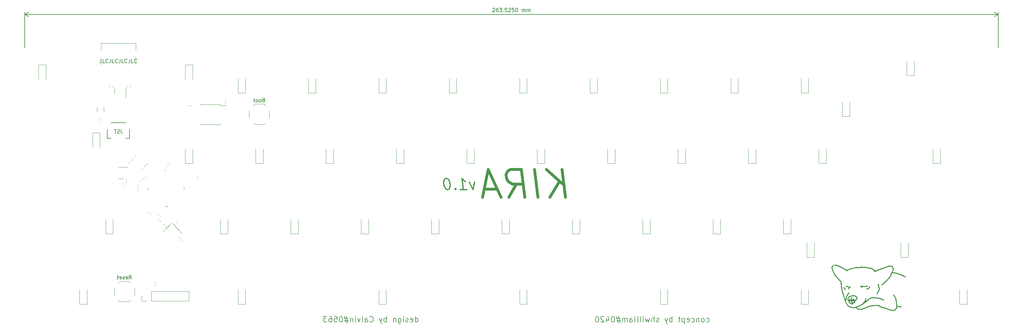
<source format=gbr>
%TF.GenerationSoftware,KiCad,Pcbnew,(6.0.11)*%
%TF.CreationDate,2023-03-24T14:39:48+01:00*%
%TF.ProjectId,kira,6b697261-2e6b-4696-9361-645f70636258,rev?*%
%TF.SameCoordinates,Original*%
%TF.FileFunction,Legend,Bot*%
%TF.FilePolarity,Positive*%
%FSLAX46Y46*%
G04 Gerber Fmt 4.6, Leading zero omitted, Abs format (unit mm)*
G04 Created by KiCad (PCBNEW (6.0.11)) date 2023-03-24 14:39:48*
%MOMM*%
%LPD*%
G01*
G04 APERTURE LIST*
%ADD10C,0.150000*%
%ADD11C,0.800000*%
%ADD12C,0.300000*%
%ADD13C,0.120000*%
G04 APERTURE END LIST*
D10*
X82076002Y-50165335D02*
X81933145Y-50212954D01*
X81885526Y-50260573D01*
X81837907Y-50355811D01*
X81837907Y-50498668D01*
X81885526Y-50593906D01*
X81933145Y-50641525D01*
X82028383Y-50689144D01*
X82409335Y-50689144D01*
X82409335Y-49689144D01*
X82076002Y-49689144D01*
X81980764Y-49736764D01*
X81933145Y-49784383D01*
X81885526Y-49879621D01*
X81885526Y-49974859D01*
X81933145Y-50070097D01*
X81980764Y-50117716D01*
X82076002Y-50165335D01*
X82409335Y-50165335D01*
X81266478Y-50689144D02*
X81361716Y-50641525D01*
X81409335Y-50593906D01*
X81456955Y-50498668D01*
X81456955Y-50212954D01*
X81409335Y-50117716D01*
X81361716Y-50070097D01*
X81266478Y-50022478D01*
X81123621Y-50022478D01*
X81028383Y-50070097D01*
X80980764Y-50117716D01*
X80933145Y-50212954D01*
X80933145Y-50498668D01*
X80980764Y-50593906D01*
X81028383Y-50641525D01*
X81123621Y-50689144D01*
X81266478Y-50689144D01*
X80361716Y-50689144D02*
X80456955Y-50641525D01*
X80504574Y-50593906D01*
X80552193Y-50498668D01*
X80552193Y-50212954D01*
X80504574Y-50117716D01*
X80456955Y-50070097D01*
X80361716Y-50022478D01*
X80218859Y-50022478D01*
X80123621Y-50070097D01*
X80076002Y-50117716D01*
X80028383Y-50212954D01*
X80028383Y-50498668D01*
X80076002Y-50593906D01*
X80123621Y-50641525D01*
X80218859Y-50689144D01*
X80361716Y-50689144D01*
X79742669Y-50022478D02*
X79361716Y-50022478D01*
X79599812Y-49689144D02*
X79599812Y-50546287D01*
X79552193Y-50641525D01*
X79456955Y-50689144D01*
X79361716Y-50689144D01*
X201967857Y-110144642D02*
X202110714Y-110216071D01*
X202396428Y-110216071D01*
X202539285Y-110144642D01*
X202610714Y-110073214D01*
X202682142Y-109930357D01*
X202682142Y-109501785D01*
X202610714Y-109358928D01*
X202539285Y-109287500D01*
X202396428Y-109216071D01*
X202110714Y-109216071D01*
X201967857Y-109287500D01*
X201110714Y-110216071D02*
X201253571Y-110144642D01*
X201325000Y-110073214D01*
X201396428Y-109930357D01*
X201396428Y-109501785D01*
X201325000Y-109358928D01*
X201253571Y-109287500D01*
X201110714Y-109216071D01*
X200896428Y-109216071D01*
X200753571Y-109287500D01*
X200682142Y-109358928D01*
X200610714Y-109501785D01*
X200610714Y-109930357D01*
X200682142Y-110073214D01*
X200753571Y-110144642D01*
X200896428Y-110216071D01*
X201110714Y-110216071D01*
X199967857Y-109216071D02*
X199967857Y-110216071D01*
X199967857Y-109358928D02*
X199896428Y-109287500D01*
X199753571Y-109216071D01*
X199539285Y-109216071D01*
X199396428Y-109287500D01*
X199325000Y-109430357D01*
X199325000Y-110216071D01*
X197967857Y-110144642D02*
X198110714Y-110216071D01*
X198396428Y-110216071D01*
X198539285Y-110144642D01*
X198610714Y-110073214D01*
X198682142Y-109930357D01*
X198682142Y-109501785D01*
X198610714Y-109358928D01*
X198539285Y-109287500D01*
X198396428Y-109216071D01*
X198110714Y-109216071D01*
X197967857Y-109287500D01*
X196753571Y-110144642D02*
X196896428Y-110216071D01*
X197182142Y-110216071D01*
X197325000Y-110144642D01*
X197396428Y-110001785D01*
X197396428Y-109430357D01*
X197325000Y-109287500D01*
X197182142Y-109216071D01*
X196896428Y-109216071D01*
X196753571Y-109287500D01*
X196682142Y-109430357D01*
X196682142Y-109573214D01*
X197396428Y-109716071D01*
X196039285Y-109216071D02*
X196039285Y-110716071D01*
X196039285Y-109287500D02*
X195896428Y-109216071D01*
X195610714Y-109216071D01*
X195467857Y-109287500D01*
X195396428Y-109358928D01*
X195325000Y-109501785D01*
X195325000Y-109930357D01*
X195396428Y-110073214D01*
X195467857Y-110144642D01*
X195610714Y-110216071D01*
X195896428Y-110216071D01*
X196039285Y-110144642D01*
X194896428Y-109216071D02*
X194325000Y-109216071D01*
X194682142Y-108716071D02*
X194682142Y-110001785D01*
X194610714Y-110144642D01*
X194467857Y-110216071D01*
X194325000Y-110216071D01*
X192682142Y-110216071D02*
X192682142Y-108716071D01*
X192682142Y-109287500D02*
X192539285Y-109216071D01*
X192253571Y-109216071D01*
X192110714Y-109287500D01*
X192039285Y-109358928D01*
X191967857Y-109501785D01*
X191967857Y-109930357D01*
X192039285Y-110073214D01*
X192110714Y-110144642D01*
X192253571Y-110216071D01*
X192539285Y-110216071D01*
X192682142Y-110144642D01*
X191467857Y-109216071D02*
X191110714Y-110216071D01*
X190753571Y-109216071D02*
X191110714Y-110216071D01*
X191253571Y-110573214D01*
X191325000Y-110644642D01*
X191467857Y-110716071D01*
X189110714Y-110144642D02*
X188967857Y-110216071D01*
X188682142Y-110216071D01*
X188539285Y-110144642D01*
X188467857Y-110001785D01*
X188467857Y-109930357D01*
X188539285Y-109787500D01*
X188682142Y-109716071D01*
X188896428Y-109716071D01*
X189039285Y-109644642D01*
X189110714Y-109501785D01*
X189110714Y-109430357D01*
X189039285Y-109287500D01*
X188896428Y-109216071D01*
X188682142Y-109216071D01*
X188539285Y-109287500D01*
X187825000Y-110216071D02*
X187825000Y-108716071D01*
X187182142Y-110216071D02*
X187182142Y-109430357D01*
X187253571Y-109287500D01*
X187396428Y-109216071D01*
X187610714Y-109216071D01*
X187753571Y-109287500D01*
X187825000Y-109358928D01*
X186610714Y-109216071D02*
X186325000Y-110216071D01*
X186039285Y-109501785D01*
X185753571Y-110216071D01*
X185467857Y-109216071D01*
X184896428Y-110216071D02*
X184896428Y-109216071D01*
X184896428Y-108716071D02*
X184967857Y-108787500D01*
X184896428Y-108858928D01*
X184825000Y-108787500D01*
X184896428Y-108716071D01*
X184896428Y-108858928D01*
X183967857Y-110216071D02*
X184110714Y-110144642D01*
X184182142Y-110001785D01*
X184182142Y-108716071D01*
X183182142Y-110216071D02*
X183325000Y-110144642D01*
X183396428Y-110001785D01*
X183396428Y-108716071D01*
X182610714Y-110216071D02*
X182610714Y-109216071D01*
X182610714Y-108716071D02*
X182682142Y-108787500D01*
X182610714Y-108858928D01*
X182539285Y-108787500D01*
X182610714Y-108716071D01*
X182610714Y-108858928D01*
X181253571Y-110216071D02*
X181253571Y-109430357D01*
X181325000Y-109287500D01*
X181467857Y-109216071D01*
X181753571Y-109216071D01*
X181896428Y-109287500D01*
X181253571Y-110144642D02*
X181396428Y-110216071D01*
X181753571Y-110216071D01*
X181896428Y-110144642D01*
X181967857Y-110001785D01*
X181967857Y-109858928D01*
X181896428Y-109716071D01*
X181753571Y-109644642D01*
X181396428Y-109644642D01*
X181253571Y-109573214D01*
X180539285Y-110216071D02*
X180539285Y-109216071D01*
X180539285Y-109358928D02*
X180467857Y-109287500D01*
X180325000Y-109216071D01*
X180110714Y-109216071D01*
X179967857Y-109287500D01*
X179896428Y-109430357D01*
X179896428Y-110216071D01*
X179896428Y-109430357D02*
X179825000Y-109287500D01*
X179682142Y-109216071D01*
X179467857Y-109216071D01*
X179325000Y-109287500D01*
X179253571Y-109430357D01*
X179253571Y-110216071D01*
X178610714Y-109216071D02*
X177539285Y-109216071D01*
X178182142Y-108573214D02*
X178610714Y-110501785D01*
X177682142Y-109858928D02*
X178753571Y-109858928D01*
X178110714Y-110501785D02*
X177682142Y-108573214D01*
X176753571Y-108716071D02*
X176610714Y-108716071D01*
X176467857Y-108787500D01*
X176396428Y-108858928D01*
X176325000Y-109001785D01*
X176253571Y-109287500D01*
X176253571Y-109644642D01*
X176325000Y-109930357D01*
X176396428Y-110073214D01*
X176467857Y-110144642D01*
X176610714Y-110216071D01*
X176753571Y-110216071D01*
X176896428Y-110144642D01*
X176967857Y-110073214D01*
X177039285Y-109930357D01*
X177110714Y-109644642D01*
X177110714Y-109287500D01*
X177039285Y-109001785D01*
X176967857Y-108858928D01*
X176896428Y-108787500D01*
X176753571Y-108716071D01*
X174967857Y-109216071D02*
X174967857Y-110216071D01*
X175325000Y-108644642D02*
X175682142Y-109716071D01*
X174753571Y-109716071D01*
X174253571Y-108858928D02*
X174182142Y-108787500D01*
X174039285Y-108716071D01*
X173682142Y-108716071D01*
X173539285Y-108787500D01*
X173467857Y-108858928D01*
X173396428Y-109001785D01*
X173396428Y-109144642D01*
X173467857Y-109358928D01*
X174325000Y-110216071D01*
X173396428Y-110216071D01*
X172467857Y-108716071D02*
X172325000Y-108716071D01*
X172182142Y-108787500D01*
X172110714Y-108858928D01*
X172039285Y-109001785D01*
X171967857Y-109287500D01*
X171967857Y-109644642D01*
X172039285Y-109930357D01*
X172110714Y-110073214D01*
X172182142Y-110144642D01*
X172325000Y-110216071D01*
X172467857Y-110216071D01*
X172610714Y-110144642D01*
X172682142Y-110073214D01*
X172753571Y-109930357D01*
X172825000Y-109644642D01*
X172825000Y-109287500D01*
X172753571Y-109001785D01*
X172682142Y-108858928D01*
X172610714Y-108787500D01*
X172467857Y-108716071D01*
X123196428Y-110216071D02*
X123196428Y-108716071D01*
X123196428Y-110144642D02*
X123339285Y-110216071D01*
X123625000Y-110216071D01*
X123767857Y-110144642D01*
X123839285Y-110073214D01*
X123910714Y-109930357D01*
X123910714Y-109501785D01*
X123839285Y-109358928D01*
X123767857Y-109287500D01*
X123625000Y-109216071D01*
X123339285Y-109216071D01*
X123196428Y-109287500D01*
X121910714Y-110144642D02*
X122053571Y-110216071D01*
X122339285Y-110216071D01*
X122482142Y-110144642D01*
X122553571Y-110001785D01*
X122553571Y-109430357D01*
X122482142Y-109287500D01*
X122339285Y-109216071D01*
X122053571Y-109216071D01*
X121910714Y-109287500D01*
X121839285Y-109430357D01*
X121839285Y-109573214D01*
X122553571Y-109716071D01*
X121267857Y-110144642D02*
X121125000Y-110216071D01*
X120839285Y-110216071D01*
X120696428Y-110144642D01*
X120625000Y-110001785D01*
X120625000Y-109930357D01*
X120696428Y-109787500D01*
X120839285Y-109716071D01*
X121053571Y-109716071D01*
X121196428Y-109644642D01*
X121267857Y-109501785D01*
X121267857Y-109430357D01*
X121196428Y-109287500D01*
X121053571Y-109216071D01*
X120839285Y-109216071D01*
X120696428Y-109287500D01*
X119982142Y-110216071D02*
X119982142Y-109216071D01*
X119982142Y-108716071D02*
X120053571Y-108787500D01*
X119982142Y-108858928D01*
X119910714Y-108787500D01*
X119982142Y-108716071D01*
X119982142Y-108858928D01*
X118625000Y-109216071D02*
X118625000Y-110430357D01*
X118696428Y-110573214D01*
X118767857Y-110644642D01*
X118910714Y-110716071D01*
X119125000Y-110716071D01*
X119267857Y-110644642D01*
X118625000Y-110144642D02*
X118767857Y-110216071D01*
X119053571Y-110216071D01*
X119196428Y-110144642D01*
X119267857Y-110073214D01*
X119339285Y-109930357D01*
X119339285Y-109501785D01*
X119267857Y-109358928D01*
X119196428Y-109287500D01*
X119053571Y-109216071D01*
X118767857Y-109216071D01*
X118625000Y-109287500D01*
X117910714Y-109216071D02*
X117910714Y-110216071D01*
X117910714Y-109358928D02*
X117839285Y-109287500D01*
X117696428Y-109216071D01*
X117482142Y-109216071D01*
X117339285Y-109287500D01*
X117267857Y-109430357D01*
X117267857Y-110216071D01*
X115410714Y-110216071D02*
X115410714Y-108716071D01*
X115410714Y-109287500D02*
X115267857Y-109216071D01*
X114982142Y-109216071D01*
X114839285Y-109287500D01*
X114767857Y-109358928D01*
X114696428Y-109501785D01*
X114696428Y-109930357D01*
X114767857Y-110073214D01*
X114839285Y-110144642D01*
X114982142Y-110216071D01*
X115267857Y-110216071D01*
X115410714Y-110144642D01*
X114196428Y-109216071D02*
X113839285Y-110216071D01*
X113482142Y-109216071D02*
X113839285Y-110216071D01*
X113982142Y-110573214D01*
X114053571Y-110644642D01*
X114196428Y-110716071D01*
X110910714Y-110073214D02*
X110982142Y-110144642D01*
X111196428Y-110216071D01*
X111339285Y-110216071D01*
X111553571Y-110144642D01*
X111696428Y-110001785D01*
X111767857Y-109858928D01*
X111839285Y-109573214D01*
X111839285Y-109358928D01*
X111767857Y-109073214D01*
X111696428Y-108930357D01*
X111553571Y-108787500D01*
X111339285Y-108716071D01*
X111196428Y-108716071D01*
X110982142Y-108787500D01*
X110910714Y-108858928D01*
X109625000Y-110216071D02*
X109625000Y-109430357D01*
X109696428Y-109287500D01*
X109839285Y-109216071D01*
X110125000Y-109216071D01*
X110267857Y-109287500D01*
X109625000Y-110144642D02*
X109767857Y-110216071D01*
X110125000Y-110216071D01*
X110267857Y-110144642D01*
X110339285Y-110001785D01*
X110339285Y-109858928D01*
X110267857Y-109716071D01*
X110125000Y-109644642D01*
X109767857Y-109644642D01*
X109625000Y-109573214D01*
X108696428Y-110216071D02*
X108839285Y-110144642D01*
X108910714Y-110001785D01*
X108910714Y-108716071D01*
X108267857Y-109216071D02*
X107910714Y-110216071D01*
X107553571Y-109216071D01*
X106982142Y-110216071D02*
X106982142Y-109216071D01*
X106982142Y-108716071D02*
X107053571Y-108787500D01*
X106982142Y-108858928D01*
X106910714Y-108787500D01*
X106982142Y-108716071D01*
X106982142Y-108858928D01*
X106267857Y-109216071D02*
X106267857Y-110216071D01*
X106267857Y-109358928D02*
X106196428Y-109287500D01*
X106053571Y-109216071D01*
X105839285Y-109216071D01*
X105696428Y-109287500D01*
X105625000Y-109430357D01*
X105625000Y-110216071D01*
X104982142Y-109216071D02*
X103910714Y-109216071D01*
X104553571Y-108573214D02*
X104982142Y-110501785D01*
X104053571Y-109858928D02*
X105125000Y-109858928D01*
X104482142Y-110501785D02*
X104053571Y-108573214D01*
X103125000Y-108716071D02*
X102982142Y-108716071D01*
X102839285Y-108787500D01*
X102767857Y-108858928D01*
X102696428Y-109001785D01*
X102625000Y-109287500D01*
X102625000Y-109644642D01*
X102696428Y-109930357D01*
X102767857Y-110073214D01*
X102839285Y-110144642D01*
X102982142Y-110216071D01*
X103125000Y-110216071D01*
X103267857Y-110144642D01*
X103339285Y-110073214D01*
X103410714Y-109930357D01*
X103482142Y-109644642D01*
X103482142Y-109287500D01*
X103410714Y-109001785D01*
X103339285Y-108858928D01*
X103267857Y-108787500D01*
X103125000Y-108716071D01*
X101267857Y-108716071D02*
X101982142Y-108716071D01*
X102053571Y-109430357D01*
X101982142Y-109358928D01*
X101839285Y-109287500D01*
X101482142Y-109287500D01*
X101339285Y-109358928D01*
X101267857Y-109430357D01*
X101196428Y-109573214D01*
X101196428Y-109930357D01*
X101267857Y-110073214D01*
X101339285Y-110144642D01*
X101482142Y-110216071D01*
X101839285Y-110216071D01*
X101982142Y-110144642D01*
X102053571Y-110073214D01*
X99910714Y-108716071D02*
X100196428Y-108716071D01*
X100339285Y-108787500D01*
X100410714Y-108858928D01*
X100553571Y-109073214D01*
X100625000Y-109358928D01*
X100625000Y-109930357D01*
X100553571Y-110073214D01*
X100482142Y-110144642D01*
X100339285Y-110216071D01*
X100053571Y-110216071D01*
X99910714Y-110144642D01*
X99839285Y-110073214D01*
X99767857Y-109930357D01*
X99767857Y-109573214D01*
X99839285Y-109430357D01*
X99910714Y-109358928D01*
X100053571Y-109287500D01*
X100339285Y-109287500D01*
X100482142Y-109358928D01*
X100553571Y-109430357D01*
X100625000Y-109573214D01*
X99267857Y-108716071D02*
X98339285Y-108716071D01*
X98839285Y-109287500D01*
X98625000Y-109287500D01*
X98482142Y-109358928D01*
X98410714Y-109430357D01*
X98339285Y-109573214D01*
X98339285Y-109930357D01*
X98410714Y-110073214D01*
X98482142Y-110144642D01*
X98625000Y-110216071D01*
X99053571Y-110216071D01*
X99196428Y-110144642D01*
X99267857Y-110073214D01*
D11*
X163824330Y-76417857D02*
X162886830Y-68917857D01*
X159538616Y-76417857D02*
X162217187Y-72132142D01*
X158601116Y-68917857D02*
X163422544Y-73203571D01*
X156324330Y-76417857D02*
X155386830Y-68917857D01*
X148467187Y-76417857D02*
X150520758Y-72846428D01*
X152752901Y-76417857D02*
X151815401Y-68917857D01*
X148958258Y-68917857D01*
X148288616Y-69275000D01*
X147976116Y-69632142D01*
X147708258Y-70346428D01*
X147842187Y-71417857D01*
X148288616Y-72132142D01*
X148690401Y-72489285D01*
X149449330Y-72846428D01*
X152306473Y-72846428D01*
X145342187Y-74275000D02*
X141770758Y-74275000D01*
X146324330Y-76417857D02*
X142886830Y-68917857D01*
X141324330Y-76417857D01*
D12*
X139257232Y-72382142D02*
X138792946Y-74382142D01*
X137828660Y-72382142D01*
X135364375Y-74382142D02*
X137078660Y-74382142D01*
X136221517Y-74382142D02*
X135846517Y-71382142D01*
X136185803Y-71810714D01*
X136507232Y-72096428D01*
X136810803Y-72239285D01*
X134042946Y-74096428D02*
X133917946Y-74239285D01*
X134078660Y-74382142D01*
X134203660Y-74239285D01*
X134042946Y-74096428D01*
X134078660Y-74382142D01*
X131703660Y-71382142D02*
X131417946Y-71382142D01*
X131150089Y-71525000D01*
X131025089Y-71667857D01*
X130917946Y-71953571D01*
X130846517Y-72525000D01*
X130935803Y-73239285D01*
X131150089Y-73810714D01*
X131328660Y-74096428D01*
X131489375Y-74239285D01*
X131792946Y-74382142D01*
X132078660Y-74382142D01*
X132346517Y-74239285D01*
X132471517Y-74096428D01*
X132578660Y-73810714D01*
X132650089Y-73239285D01*
X132560803Y-72525000D01*
X132346517Y-71953571D01*
X132167946Y-71667857D01*
X132007232Y-71525000D01*
X131703660Y-71382142D01*
D10*
X38179952Y-39076380D02*
X38179952Y-39790666D01*
X38132333Y-39933523D01*
X38037095Y-40028761D01*
X37894238Y-40076380D01*
X37799000Y-40076380D01*
X39132333Y-40076380D02*
X38656142Y-40076380D01*
X38656142Y-39076380D01*
X40037095Y-39981142D02*
X39989476Y-40028761D01*
X39846619Y-40076380D01*
X39751380Y-40076380D01*
X39608523Y-40028761D01*
X39513285Y-39933523D01*
X39465666Y-39838285D01*
X39418047Y-39647809D01*
X39418047Y-39504952D01*
X39465666Y-39314476D01*
X39513285Y-39219238D01*
X39608523Y-39124000D01*
X39751380Y-39076380D01*
X39846619Y-39076380D01*
X39989476Y-39124000D01*
X40037095Y-39171619D01*
X40751380Y-39076380D02*
X40751380Y-39790666D01*
X40703761Y-39933523D01*
X40608523Y-40028761D01*
X40465666Y-40076380D01*
X40370428Y-40076380D01*
X41703761Y-40076380D02*
X41227571Y-40076380D01*
X41227571Y-39076380D01*
X42608523Y-39981142D02*
X42560904Y-40028761D01*
X42418047Y-40076380D01*
X42322809Y-40076380D01*
X42179952Y-40028761D01*
X42084714Y-39933523D01*
X42037095Y-39838285D01*
X41989476Y-39647809D01*
X41989476Y-39504952D01*
X42037095Y-39314476D01*
X42084714Y-39219238D01*
X42179952Y-39124000D01*
X42322809Y-39076380D01*
X42418047Y-39076380D01*
X42560904Y-39124000D01*
X42608523Y-39171619D01*
X43322809Y-39076380D02*
X43322809Y-39790666D01*
X43275190Y-39933523D01*
X43179952Y-40028761D01*
X43037095Y-40076380D01*
X42941857Y-40076380D01*
X44275190Y-40076380D02*
X43799000Y-40076380D01*
X43799000Y-39076380D01*
X45179952Y-39981142D02*
X45132333Y-40028761D01*
X44989476Y-40076380D01*
X44894238Y-40076380D01*
X44751380Y-40028761D01*
X44656142Y-39933523D01*
X44608523Y-39838285D01*
X44560904Y-39647809D01*
X44560904Y-39504952D01*
X44608523Y-39314476D01*
X44656142Y-39219238D01*
X44751380Y-39124000D01*
X44894238Y-39076380D01*
X44989476Y-39076380D01*
X45132333Y-39124000D01*
X45179952Y-39171619D01*
X45894238Y-39076380D02*
X45894238Y-39790666D01*
X45846619Y-39933523D01*
X45751380Y-40028761D01*
X45608523Y-40076380D01*
X45513285Y-40076380D01*
X46846619Y-40076380D02*
X46370428Y-40076380D01*
X46370428Y-39076380D01*
X47751380Y-39981142D02*
X47703761Y-40028761D01*
X47560904Y-40076380D01*
X47465666Y-40076380D01*
X47322809Y-40028761D01*
X47227571Y-39933523D01*
X47179952Y-39838285D01*
X47132333Y-39647809D01*
X47132333Y-39504952D01*
X47179952Y-39314476D01*
X47227571Y-39219238D01*
X47322809Y-39124000D01*
X47465666Y-39076380D01*
X47560904Y-39076380D01*
X47703761Y-39124000D01*
X47751380Y-39171619D01*
X43576785Y-58189880D02*
X43576785Y-58904166D01*
X43624404Y-59047023D01*
X43719642Y-59142261D01*
X43862500Y-59189880D01*
X43957738Y-59189880D01*
X43148214Y-59142261D02*
X43005357Y-59189880D01*
X42767261Y-59189880D01*
X42672023Y-59142261D01*
X42624404Y-59094642D01*
X42576785Y-58999404D01*
X42576785Y-58904166D01*
X42624404Y-58808928D01*
X42672023Y-58761309D01*
X42767261Y-58713690D01*
X42957738Y-58666071D01*
X43052976Y-58618452D01*
X43100595Y-58570833D01*
X43148214Y-58475595D01*
X43148214Y-58380357D01*
X43100595Y-58285119D01*
X43052976Y-58237500D01*
X42957738Y-58189880D01*
X42719642Y-58189880D01*
X42576785Y-58237500D01*
X42291071Y-58189880D02*
X41719642Y-58189880D01*
X42005357Y-59189880D02*
X42005357Y-58189880D01*
X45688095Y-98623380D02*
X46021428Y-98147190D01*
X46259523Y-98623380D02*
X46259523Y-97623380D01*
X45878571Y-97623380D01*
X45783333Y-97671000D01*
X45735714Y-97718619D01*
X45688095Y-97813857D01*
X45688095Y-97956714D01*
X45735714Y-98051952D01*
X45783333Y-98099571D01*
X45878571Y-98147190D01*
X46259523Y-98147190D01*
X44878571Y-98575761D02*
X44973809Y-98623380D01*
X45164285Y-98623380D01*
X45259523Y-98575761D01*
X45307142Y-98480523D01*
X45307142Y-98099571D01*
X45259523Y-98004333D01*
X45164285Y-97956714D01*
X44973809Y-97956714D01*
X44878571Y-98004333D01*
X44830952Y-98099571D01*
X44830952Y-98194809D01*
X45307142Y-98290047D01*
X44450000Y-98575761D02*
X44354761Y-98623380D01*
X44164285Y-98623380D01*
X44069047Y-98575761D01*
X44021428Y-98480523D01*
X44021428Y-98432904D01*
X44069047Y-98337666D01*
X44164285Y-98290047D01*
X44307142Y-98290047D01*
X44402380Y-98242428D01*
X44450000Y-98147190D01*
X44450000Y-98099571D01*
X44402380Y-98004333D01*
X44307142Y-97956714D01*
X44164285Y-97956714D01*
X44069047Y-98004333D01*
X43211904Y-98575761D02*
X43307142Y-98623380D01*
X43497619Y-98623380D01*
X43592857Y-98575761D01*
X43640476Y-98480523D01*
X43640476Y-98099571D01*
X43592857Y-98004333D01*
X43497619Y-97956714D01*
X43307142Y-97956714D01*
X43211904Y-98004333D01*
X43164285Y-98099571D01*
X43164285Y-98194809D01*
X43640476Y-98290047D01*
X42878571Y-97956714D02*
X42497619Y-97956714D01*
X42735714Y-97623380D02*
X42735714Y-98480523D01*
X42688095Y-98575761D01*
X42592857Y-98623380D01*
X42497619Y-98623380D01*
X144129761Y-25385119D02*
X144177380Y-25337500D01*
X144272619Y-25289880D01*
X144510714Y-25289880D01*
X144605952Y-25337500D01*
X144653571Y-25385119D01*
X144701190Y-25480357D01*
X144701190Y-25575595D01*
X144653571Y-25718452D01*
X144082142Y-26289880D01*
X144701190Y-26289880D01*
X145558333Y-25289880D02*
X145367857Y-25289880D01*
X145272619Y-25337500D01*
X145225000Y-25385119D01*
X145129761Y-25527976D01*
X145082142Y-25718452D01*
X145082142Y-26099404D01*
X145129761Y-26194642D01*
X145177380Y-26242261D01*
X145272619Y-26289880D01*
X145463095Y-26289880D01*
X145558333Y-26242261D01*
X145605952Y-26194642D01*
X145653571Y-26099404D01*
X145653571Y-25861309D01*
X145605952Y-25766071D01*
X145558333Y-25718452D01*
X145463095Y-25670833D01*
X145272619Y-25670833D01*
X145177380Y-25718452D01*
X145129761Y-25766071D01*
X145082142Y-25861309D01*
X145986904Y-25289880D02*
X146605952Y-25289880D01*
X146272619Y-25670833D01*
X146415476Y-25670833D01*
X146510714Y-25718452D01*
X146558333Y-25766071D01*
X146605952Y-25861309D01*
X146605952Y-26099404D01*
X146558333Y-26194642D01*
X146510714Y-26242261D01*
X146415476Y-26289880D01*
X146129761Y-26289880D01*
X146034523Y-26242261D01*
X145986904Y-26194642D01*
X147034523Y-26194642D02*
X147082142Y-26242261D01*
X147034523Y-26289880D01*
X146986904Y-26242261D01*
X147034523Y-26194642D01*
X147034523Y-26289880D01*
X147986904Y-25289880D02*
X147510714Y-25289880D01*
X147463095Y-25766071D01*
X147510714Y-25718452D01*
X147605952Y-25670833D01*
X147844047Y-25670833D01*
X147939285Y-25718452D01*
X147986904Y-25766071D01*
X148034523Y-25861309D01*
X148034523Y-26099404D01*
X147986904Y-26194642D01*
X147939285Y-26242261D01*
X147844047Y-26289880D01*
X147605952Y-26289880D01*
X147510714Y-26242261D01*
X147463095Y-26194642D01*
X148415476Y-25385119D02*
X148463095Y-25337500D01*
X148558333Y-25289880D01*
X148796428Y-25289880D01*
X148891666Y-25337500D01*
X148939285Y-25385119D01*
X148986904Y-25480357D01*
X148986904Y-25575595D01*
X148939285Y-25718452D01*
X148367857Y-26289880D01*
X148986904Y-26289880D01*
X149891666Y-25289880D02*
X149415476Y-25289880D01*
X149367857Y-25766071D01*
X149415476Y-25718452D01*
X149510714Y-25670833D01*
X149748809Y-25670833D01*
X149844047Y-25718452D01*
X149891666Y-25766071D01*
X149939285Y-25861309D01*
X149939285Y-26099404D01*
X149891666Y-26194642D01*
X149844047Y-26242261D01*
X149748809Y-26289880D01*
X149510714Y-26289880D01*
X149415476Y-26242261D01*
X149367857Y-26194642D01*
X150558333Y-25289880D02*
X150653571Y-25289880D01*
X150748809Y-25337500D01*
X150796428Y-25385119D01*
X150844047Y-25480357D01*
X150891666Y-25670833D01*
X150891666Y-25908928D01*
X150844047Y-26099404D01*
X150796428Y-26194642D01*
X150748809Y-26242261D01*
X150653571Y-26289880D01*
X150558333Y-26289880D01*
X150463095Y-26242261D01*
X150415476Y-26194642D01*
X150367857Y-26099404D01*
X150320238Y-25908928D01*
X150320238Y-25670833D01*
X150367857Y-25480357D01*
X150415476Y-25385119D01*
X150463095Y-25337500D01*
X150558333Y-25289880D01*
X152082142Y-26289880D02*
X152082142Y-25623214D01*
X152082142Y-25718452D02*
X152129761Y-25670833D01*
X152225000Y-25623214D01*
X152367857Y-25623214D01*
X152463095Y-25670833D01*
X152510714Y-25766071D01*
X152510714Y-26289880D01*
X152510714Y-25766071D02*
X152558333Y-25670833D01*
X152653571Y-25623214D01*
X152796428Y-25623214D01*
X152891666Y-25670833D01*
X152939285Y-25766071D01*
X152939285Y-26289880D01*
X153415476Y-26289880D02*
X153415476Y-25623214D01*
X153415476Y-25718452D02*
X153463095Y-25670833D01*
X153558333Y-25623214D01*
X153701190Y-25623214D01*
X153796428Y-25670833D01*
X153844047Y-25766071D01*
X153844047Y-26289880D01*
X153844047Y-25766071D02*
X153891666Y-25670833D01*
X153986904Y-25623214D01*
X154129761Y-25623214D01*
X154225000Y-25670833D01*
X154272619Y-25766071D01*
X154272619Y-26289880D01*
X280987500Y-36012500D02*
X280987500Y-26401080D01*
X17462500Y-36012500D02*
X17462500Y-26401080D01*
X280987500Y-26987500D02*
X17462500Y-26987500D01*
X280987500Y-26987500D02*
X17462500Y-26987500D01*
X280987500Y-26987500D02*
X279860996Y-26401079D01*
X280987500Y-26987500D02*
X279860996Y-27573921D01*
X17462500Y-26987500D02*
X18589004Y-27573921D01*
X17462500Y-26987500D02*
X18589004Y-26401079D01*
D13*
%TO.C,SW47*%
X42750000Y-99681000D02*
X43200000Y-99231000D01*
X46150000Y-99681000D02*
X45700000Y-99231000D01*
X41700000Y-102981000D02*
X41700000Y-100981000D01*
X42750000Y-104281000D02*
X43200000Y-104731000D01*
X47200000Y-102981000D02*
X47200000Y-100981000D01*
X43200000Y-99231000D02*
X45700000Y-99231000D01*
X43200000Y-104731000D02*
X45700000Y-104731000D01*
X46150000Y-104281000D02*
X45700000Y-104731000D01*
%TO.C,D12*%
X77200000Y-105387500D02*
X77200000Y-101537500D01*
X77200000Y-105387500D02*
X75200000Y-105387500D01*
X75200000Y-105387500D02*
X75200000Y-101537500D01*
%TO.C,D43*%
X254587500Y-92687500D02*
X254587500Y-88837500D01*
X256587500Y-92687500D02*
X256587500Y-88837500D01*
X256587500Y-92687500D02*
X254587500Y-92687500D01*
%TO.C,D29*%
X186737500Y-86337500D02*
X186737500Y-82487500D01*
X184737500Y-86337500D02*
X184737500Y-82487500D01*
X186737500Y-86337500D02*
X184737500Y-86337500D01*
%TO.C,D34*%
X208550000Y-48237500D02*
X208550000Y-44387500D01*
X210550000Y-48237500D02*
X208550000Y-48237500D01*
X210550000Y-48237500D02*
X210550000Y-44387500D01*
%TO.C,D28*%
X177212500Y-67287500D02*
X177212500Y-63437500D01*
X175212500Y-67287500D02*
X175212500Y-63437500D01*
X177212500Y-67287500D02*
X175212500Y-67287500D01*
%TO.C,D44*%
X258175000Y-43475000D02*
X256175000Y-43475000D01*
X256175000Y-43475000D02*
X256175000Y-39625000D01*
X258175000Y-43475000D02*
X258175000Y-39625000D01*
%TO.C,D21*%
X139112500Y-67287500D02*
X139112500Y-63437500D01*
X139112500Y-67287500D02*
X137112500Y-67287500D01*
X137112500Y-67287500D02*
X137112500Y-63437500D01*
%TO.C,C7*%
X44850164Y-72496000D02*
X45065836Y-72496000D01*
X44850164Y-71776000D02*
X45065836Y-71776000D01*
%TO.C,D5*%
X32337500Y-105387500D02*
X32337500Y-101537500D01*
X34337500Y-105387500D02*
X34337500Y-101537500D01*
X34337500Y-105387500D02*
X32337500Y-105387500D01*
%TO.C,D30*%
X189500000Y-48237500D02*
X189500000Y-44387500D01*
X191500000Y-48237500D02*
X189500000Y-48237500D01*
X191500000Y-48237500D02*
X191500000Y-44387500D01*
%TO.C,C5*%
X55041190Y-83895693D02*
X55193693Y-83743190D01*
X55550307Y-84404810D02*
X55702810Y-84252307D01*
%TO.C,D42*%
X265287000Y-67287500D02*
X265287000Y-63437500D01*
X263287000Y-67287500D02*
X263287000Y-63437500D01*
X265287000Y-67287500D02*
X263287000Y-67287500D01*
%TO.C,D14*%
X101012500Y-67287500D02*
X101012500Y-63437500D01*
X99012500Y-67287500D02*
X99012500Y-63437500D01*
X101012500Y-67287500D02*
X99012500Y-67287500D01*
D10*
%TO.C,J3*%
X44862500Y-60487500D02*
X45862500Y-60487500D01*
X39862500Y-58087500D02*
X39862500Y-60487500D01*
X45862500Y-60487500D02*
X45862500Y-58087500D01*
X44862500Y-56287500D02*
X40862500Y-56287500D01*
X39862500Y-60487500D02*
X40862500Y-60487500D01*
D13*
%TO.C,R2*%
X46175697Y-66264770D02*
X46511230Y-66600303D01*
X45436770Y-67003697D02*
X45772303Y-67339230D01*
%TO.C,D11*%
X89487500Y-86337500D02*
X89487500Y-82487500D01*
X91487500Y-86337500D02*
X89487500Y-86337500D01*
X91487500Y-86337500D02*
X91487500Y-82487500D01*
%TO.C,R3*%
X52858641Y-99569000D02*
X52551359Y-99569000D01*
X52858641Y-100329000D02*
X52551359Y-100329000D01*
%TO.C,D39*%
X231187500Y-92687500D02*
X229187500Y-92687500D01*
X229187500Y-92687500D02*
X229187500Y-88837500D01*
X231187500Y-92687500D02*
X231187500Y-88837500D01*
%TO.C,D31*%
X196262500Y-67287500D02*
X196262500Y-63437500D01*
X196262500Y-67287500D02*
X194262500Y-67287500D01*
X194262500Y-67287500D02*
X194262500Y-63437500D01*
%TO.C,U2*%
X43561000Y-68290000D02*
X45236000Y-68290000D01*
X43561000Y-68290000D02*
X42911000Y-68290000D01*
X43561000Y-71410000D02*
X42911000Y-71410000D01*
X43561000Y-71410000D02*
X44211000Y-71410000D01*
%TO.C,U3*%
X67667225Y-51376320D02*
X70392225Y-51376320D01*
X67667225Y-56826320D02*
X70392225Y-56826320D01*
X70392225Y-51636320D02*
X72067225Y-51636320D01*
X67667225Y-56826320D02*
X64942225Y-56826320D01*
X64942225Y-51376320D02*
X64942225Y-51636320D01*
X64942225Y-56826320D02*
X64942225Y-56566320D01*
X67667225Y-51376320D02*
X64942225Y-51376320D01*
X70392225Y-56826320D02*
X70392225Y-56566320D01*
X70392225Y-51376320D02*
X70392225Y-51636320D01*
%TO.C,C16*%
X48240836Y-73173000D02*
X48025164Y-73173000D01*
X48240836Y-73893000D02*
X48025164Y-73893000D01*
%TO.C,C15*%
X49894391Y-68227746D02*
X49741888Y-68075243D01*
X49385274Y-68736863D02*
X49232771Y-68584360D01*
%TO.C,C11*%
X54178810Y-82982307D02*
X54026307Y-83134810D01*
X53669693Y-82473190D02*
X53517190Y-82625693D01*
%TO.C,D23*%
X153400000Y-48237500D02*
X153400000Y-44387500D01*
X151400000Y-48237500D02*
X151400000Y-44387500D01*
X153400000Y-48237500D02*
X151400000Y-48237500D01*
%TO.C,J1*%
X38162499Y-36719539D02*
X38162499Y-34819539D01*
X38162499Y-40619539D02*
X38162499Y-38619539D01*
X47562499Y-36719539D02*
X47562499Y-34819539D01*
X38162499Y-34819539D02*
X47562499Y-34819539D01*
X47562499Y-40619539D02*
X47562499Y-38619539D01*
%TO.C,C8*%
X44176836Y-73512000D02*
X43961164Y-73512000D01*
X44176836Y-72792000D02*
X43961164Y-72792000D01*
%TO.C,C14*%
X64098248Y-71014000D02*
X64313920Y-71014000D01*
X64098248Y-71734000D02*
X64313920Y-71734000D01*
%TO.C,R5*%
X45340000Y-46328359D02*
X45340000Y-46635641D01*
X46100000Y-46328359D02*
X46100000Y-46635641D01*
%TO.C,C17*%
X56082693Y-68021810D02*
X55930190Y-67869307D01*
X56591810Y-67512693D02*
X56439307Y-67360190D01*
%TO.C,D24*%
X158162500Y-67287500D02*
X156162500Y-67287500D01*
X156162500Y-67287500D02*
X156162500Y-63437500D01*
X158162500Y-67287500D02*
X158162500Y-63437500D01*
%TO.C,C1*%
X50188662Y-71002432D02*
X50036159Y-70849929D01*
X49679545Y-71511549D02*
X49527042Y-71359046D01*
%TO.C,C2*%
X50113693Y-68021810D02*
X49961190Y-67869307D01*
X50622810Y-67512693D02*
X50470307Y-67360190D01*
%TO.C,D20*%
X132350000Y-48237500D02*
X132350000Y-44387500D01*
X134350000Y-48237500D02*
X132350000Y-48237500D01*
X134350000Y-48237500D02*
X134350000Y-44387500D01*
%TO.C,D45*%
X272462500Y-105387500D02*
X270462500Y-105387500D01*
X270462500Y-105387500D02*
X270462500Y-101537500D01*
X272462500Y-105387500D02*
X272462500Y-101537500D01*
%TO.C,D40*%
X229600000Y-105387500D02*
X227600000Y-105387500D01*
X227600000Y-105387500D02*
X227600000Y-101537500D01*
X229600000Y-105387500D02*
X229600000Y-101537500D01*
%TO.C,D27*%
X172450000Y-48237500D02*
X170450000Y-48237500D01*
X172450000Y-48237500D02*
X172450000Y-44387500D01*
X170450000Y-48237500D02*
X170450000Y-44387500D01*
%TO.C,U1*%
X60404839Y-74533666D02*
X60864458Y-74074047D01*
X56218766Y-78719739D02*
X55759147Y-79179358D01*
X60864458Y-74074047D02*
X60404839Y-73614428D01*
X51113455Y-73614428D02*
X50653836Y-74074047D01*
X55299528Y-69428355D02*
X55759147Y-68968736D01*
X50653836Y-74074047D02*
X51113455Y-74533666D01*
X55759147Y-79179358D02*
X55299528Y-78719739D01*
%TO.C,J2*%
X51752500Y-104542500D02*
X61972500Y-104542500D01*
X51752500Y-101882500D02*
X51752500Y-104542500D01*
X49152500Y-104542500D02*
X50482500Y-104542500D01*
X51752500Y-101882500D02*
X61972500Y-101882500D01*
X49152500Y-103212500D02*
X49152500Y-104542500D01*
X61972500Y-101882500D02*
X61972500Y-104542500D01*
%TO.C,D33*%
X189500000Y-105387500D02*
X189500000Y-101537500D01*
X191500000Y-105387500D02*
X191500000Y-101537500D01*
X191500000Y-105387500D02*
X189500000Y-105387500D01*
%TO.C,D4*%
X41386000Y-86337500D02*
X41386000Y-82487500D01*
X39386000Y-86337500D02*
X39386000Y-82487500D01*
X41386000Y-86337500D02*
X39386000Y-86337500D01*
%TO.C,D16*%
X113300000Y-48237500D02*
X113300000Y-44387500D01*
X115300000Y-48237500D02*
X115300000Y-44387500D01*
X115300000Y-48237500D02*
X113300000Y-48237500D01*
%TO.C,C12*%
X61870000Y-51796156D02*
X61870000Y-51580484D01*
X62590000Y-51796156D02*
X62590000Y-51580484D01*
%TO.C,D3*%
X35830000Y-59014000D02*
X37830000Y-59014000D01*
X35830000Y-59014000D02*
X35830000Y-62864000D01*
X37830000Y-59014000D02*
X37830000Y-62864000D01*
%TO.C,D8*%
X72437500Y-86337500D02*
X70437500Y-86337500D01*
X72437500Y-86337500D02*
X72437500Y-82487500D01*
X70437500Y-86337500D02*
X70437500Y-82487500D01*
%TO.C,R7*%
X58705641Y-83373321D02*
X58488360Y-83156040D01*
X58168240Y-83910722D02*
X57950959Y-83693441D01*
%TO.C,D15*%
X110537500Y-86337500D02*
X110537500Y-82487500D01*
X108537500Y-86337500D02*
X108537500Y-82487500D01*
X110537500Y-86337500D02*
X108537500Y-86337500D01*
%TO.C,C13*%
X51638810Y-80950307D02*
X51486307Y-81102810D01*
X51129693Y-80441190D02*
X50977190Y-80593693D01*
%TO.C,D22*%
X146637500Y-86337500D02*
X146637500Y-82487500D01*
X148637500Y-86337500D02*
X148637500Y-82487500D01*
X148637500Y-86337500D02*
X146637500Y-86337500D01*
%TO.C,D10*%
X81962500Y-67287500D02*
X81962500Y-63437500D01*
X79962500Y-67287500D02*
X79962500Y-63437500D01*
X81962500Y-67287500D02*
X79962500Y-67287500D01*
%TO.C,D26*%
X153400000Y-105387500D02*
X151400000Y-105387500D01*
X151400000Y-105387500D02*
X151400000Y-101537500D01*
X153400000Y-105387500D02*
X153400000Y-101537500D01*
%TO.C,D32*%
X205787500Y-86337500D02*
X205787500Y-82487500D01*
X203787500Y-86337500D02*
X203787500Y-82487500D01*
X205787500Y-86337500D02*
X203787500Y-86337500D01*
%TO.C,D37*%
X229600000Y-48237500D02*
X229600000Y-44387500D01*
X229600000Y-48237500D02*
X227600000Y-48237500D01*
X227600000Y-48237500D02*
X227600000Y-44387500D01*
%TO.C,C4*%
X37671836Y-55266000D02*
X37456164Y-55266000D01*
X37671836Y-55986000D02*
X37456164Y-55986000D01*
%TO.C,C6*%
X59511693Y-87426190D02*
X59359190Y-87578693D01*
X60020810Y-87935307D02*
X59868307Y-88087810D01*
%TO.C,D19*%
X113300000Y-105387500D02*
X113300000Y-101537500D01*
X115300000Y-105387500D02*
X115300000Y-101537500D01*
X115300000Y-105387500D02*
X113300000Y-105387500D01*
%TO.C,R6*%
X71961066Y-50114520D02*
X71653784Y-50114520D01*
X71961066Y-50874520D02*
X71653784Y-50874520D01*
%TO.C,D9*%
X77200000Y-48237500D02*
X75200000Y-48237500D01*
X77200000Y-48237500D02*
X77200000Y-44387500D01*
X75200000Y-48237500D02*
X75200000Y-44387500D01*
%TO.C,C10*%
X48240836Y-74316000D02*
X48025164Y-74316000D01*
X48240836Y-75036000D02*
X48025164Y-75036000D01*
%TO.C,D17*%
X118062500Y-67287500D02*
X118062500Y-63437500D01*
X120062500Y-67287500D02*
X118062500Y-67287500D01*
X120062500Y-67287500D02*
X120062500Y-63437500D01*
%TO.C,D7*%
X62912500Y-67287500D02*
X60912500Y-67287500D01*
X60912500Y-67287500D02*
X60912500Y-63437500D01*
X62912500Y-67287500D02*
X62912500Y-63437500D01*
%TO.C,G\u002A\u002A\u002A*%
G36*
X236804140Y-94707987D02*
G01*
X236829021Y-94708659D01*
X236904215Y-94709594D01*
X236970911Y-94708961D01*
X237017041Y-94706825D01*
X237044143Y-94706125D01*
X237120049Y-94713635D01*
X237213325Y-94731462D01*
X237315674Y-94757192D01*
X237418802Y-94788414D01*
X237514414Y-94822714D01*
X237594214Y-94857679D01*
X237649906Y-94890897D01*
X237683593Y-94910607D01*
X237738396Y-94934959D01*
X237800519Y-94957391D01*
X237895701Y-94988883D01*
X238010374Y-95031470D01*
X238095777Y-95070052D01*
X238153682Y-95105372D01*
X238161854Y-95111381D01*
X238205150Y-95138514D01*
X238240557Y-95154195D01*
X238263165Y-95162832D01*
X238308475Y-95185134D01*
X238360319Y-95214293D01*
X238441394Y-95262224D01*
X238514023Y-95303328D01*
X238566893Y-95330448D01*
X238604099Y-95345663D01*
X238629737Y-95351053D01*
X238643841Y-95353652D01*
X238690014Y-95371534D01*
X238750477Y-95402556D01*
X238817061Y-95442324D01*
X238881601Y-95486451D01*
X238901199Y-95500567D01*
X239014771Y-95573156D01*
X239157999Y-95652046D01*
X239329109Y-95736248D01*
X239408997Y-95774736D01*
X239489746Y-95815493D01*
X239559514Y-95852516D01*
X239608907Y-95880942D01*
X239650877Y-95905674D01*
X239688362Y-95924556D01*
X239707121Y-95929765D01*
X239707995Y-95929551D01*
X239729434Y-95936179D01*
X239770016Y-95955429D01*
X239821769Y-95983561D01*
X239882521Y-96021788D01*
X239925315Y-96059174D01*
X239951432Y-96098823D01*
X239953754Y-96103715D01*
X239981603Y-96152874D01*
X240007845Y-96172118D01*
X240039224Y-96162875D01*
X240082478Y-96126574D01*
X240103194Y-96108522D01*
X240133454Y-96086935D01*
X240174552Y-96062221D01*
X240230292Y-96032356D01*
X240304477Y-95995310D01*
X240400910Y-95949056D01*
X240523396Y-95891568D01*
X240600577Y-95855814D01*
X240734246Y-95795560D01*
X240845646Y-95748301D01*
X240939180Y-95712546D01*
X241019254Y-95686801D01*
X241090274Y-95669576D01*
X241156647Y-95659378D01*
X241222778Y-95654714D01*
X241266633Y-95649065D01*
X241338826Y-95632942D01*
X241428483Y-95608170D01*
X241528744Y-95576504D01*
X241549587Y-95569626D01*
X241639561Y-95541807D01*
X241725321Y-95517973D01*
X241798021Y-95500474D01*
X241848813Y-95491651D01*
X241850114Y-95491518D01*
X241914449Y-95480059D01*
X241991715Y-95459606D01*
X242065472Y-95434497D01*
X242139994Y-95408569D01*
X242227125Y-95383484D01*
X242303957Y-95366173D01*
X242346449Y-95359445D01*
X242435914Y-95348995D01*
X242531954Y-95341541D01*
X242626781Y-95337363D01*
X242712604Y-95336744D01*
X242781636Y-95339965D01*
X242826085Y-95347305D01*
X242828297Y-95348005D01*
X242907946Y-95364599D01*
X243009745Y-95373632D01*
X243124420Y-95375256D01*
X243242691Y-95369621D01*
X243355283Y-95356875D01*
X243452917Y-95337170D01*
X243532511Y-95317709D01*
X243668217Y-95290843D01*
X243806616Y-95270157D01*
X243939273Y-95256638D01*
X244057747Y-95251276D01*
X244153602Y-95255060D01*
X244165865Y-95256274D01*
X244220982Y-95260832D01*
X244292484Y-95265909D01*
X244368092Y-95270615D01*
X244394883Y-95272241D01*
X244466543Y-95277399D01*
X244527427Y-95282865D01*
X244566610Y-95287701D01*
X244573248Y-95288585D01*
X244618970Y-95289973D01*
X244682782Y-95287533D01*
X244753028Y-95281646D01*
X244769163Y-95279999D01*
X244838591Y-95274756D01*
X244898640Y-95272908D01*
X244937805Y-95274877D01*
X244965863Y-95278057D01*
X245022860Y-95281498D01*
X245085729Y-95282898D01*
X245178630Y-95288639D01*
X245335941Y-95324071D01*
X245493371Y-95391987D01*
X245524769Y-95406611D01*
X245616211Y-95435589D01*
X245729781Y-95457879D01*
X245858465Y-95472563D01*
X245995251Y-95478727D01*
X246133124Y-95475457D01*
X246154500Y-95474520D01*
X246289268Y-95482149D01*
X246440972Y-95510942D01*
X246604043Y-95559584D01*
X246772906Y-95626757D01*
X246810629Y-95644087D01*
X246874406Y-95675493D01*
X246925098Y-95703106D01*
X246954211Y-95722443D01*
X246982459Y-95744114D01*
X247023070Y-95767932D01*
X247023620Y-95768183D01*
X247054881Y-95786161D01*
X247101888Y-95817199D01*
X247154681Y-95854731D01*
X247164897Y-95862242D01*
X247219545Y-95902133D01*
X247290650Y-95953731D01*
X247370147Y-96011191D01*
X247449970Y-96068670D01*
X247478835Y-96089586D01*
X247550330Y-96142888D01*
X247612695Y-96191428D01*
X247660048Y-96230555D01*
X247686503Y-96255621D01*
X247690044Y-96259684D01*
X247720508Y-96288661D01*
X247743843Y-96301804D01*
X247748435Y-96300970D01*
X247779102Y-96290397D01*
X247834315Y-96268968D01*
X247910246Y-96238245D01*
X248003067Y-96199789D01*
X248108949Y-96155161D01*
X248224066Y-96105922D01*
X248287597Y-96078564D01*
X248446010Y-96010440D01*
X248578150Y-95953849D01*
X248686740Y-95907716D01*
X248774507Y-95870965D01*
X248844175Y-95842522D01*
X248898471Y-95821312D01*
X248940118Y-95806257D01*
X248971843Y-95796285D01*
X248996372Y-95790320D01*
X249016429Y-95787285D01*
X249034741Y-95786107D01*
X249063104Y-95783132D01*
X249108235Y-95773707D01*
X249169285Y-95756996D01*
X249249157Y-95732088D01*
X249350760Y-95698068D01*
X249476996Y-95654028D01*
X249630773Y-95599055D01*
X249647428Y-95593099D01*
X249726157Y-95566215D01*
X249795104Y-95544645D01*
X249847339Y-95530459D01*
X249875937Y-95525730D01*
X249887437Y-95524926D01*
X249922802Y-95516725D01*
X249977713Y-95499331D01*
X250053651Y-95472173D01*
X250152093Y-95434681D01*
X250274516Y-95386288D01*
X250422400Y-95326425D01*
X250597221Y-95254525D01*
X250800457Y-95170016D01*
X250844579Y-95151729D01*
X250943251Y-95111817D01*
X251032410Y-95077068D01*
X251106926Y-95049408D01*
X251161672Y-95030763D01*
X251191520Y-95023063D01*
X251195541Y-95022659D01*
X251241143Y-95018251D01*
X251309682Y-95011789D01*
X251392724Y-95004052D01*
X251481834Y-94995820D01*
X251568578Y-94987872D01*
X251644521Y-94980988D01*
X251701229Y-94975948D01*
X251717839Y-94974344D01*
X251786150Y-94965623D01*
X251847923Y-94955108D01*
X251873529Y-94951876D01*
X251938276Y-94953099D01*
X252002384Y-94963827D01*
X252036736Y-94972055D01*
X252080282Y-94979451D01*
X252103795Y-94979272D01*
X252113078Y-94976726D01*
X252154043Y-94979331D01*
X252207726Y-94993647D01*
X252262706Y-95016095D01*
X252307564Y-95043099D01*
X252335398Y-95065974D01*
X252377498Y-95107171D01*
X252416439Y-95156250D01*
X252456006Y-95218842D01*
X252499978Y-95300572D01*
X252552139Y-95407071D01*
X252656350Y-95625871D01*
X252650038Y-95811996D01*
X252647866Y-95863879D01*
X252628728Y-96076832D01*
X252593251Y-96266348D01*
X252540388Y-96436964D01*
X252469086Y-96593213D01*
X252450283Y-96630940D01*
X252434243Y-96670852D01*
X252430801Y-96692169D01*
X252431323Y-96693202D01*
X252437960Y-96699875D01*
X252453159Y-96706224D01*
X252481671Y-96713264D01*
X252528248Y-96722015D01*
X252597641Y-96733497D01*
X252694602Y-96748728D01*
X252713508Y-96751779D01*
X252771735Y-96762774D01*
X252813688Y-96773159D01*
X252831321Y-96781031D01*
X252836970Y-96784510D01*
X252868536Y-96793529D01*
X252921097Y-96804303D01*
X252987180Y-96815196D01*
X253012170Y-96818985D01*
X253090783Y-96831909D01*
X253163095Y-96845113D01*
X253216070Y-96856258D01*
X253242651Y-96861779D01*
X253288868Y-96867183D01*
X253316987Y-96864682D01*
X253319994Y-96864109D01*
X253348766Y-96868307D01*
X253399506Y-96881093D01*
X253465310Y-96900299D01*
X253539273Y-96923753D01*
X253614491Y-96949288D01*
X253684059Y-96974734D01*
X253741074Y-96997922D01*
X253742911Y-96998727D01*
X253796372Y-97020040D01*
X253871397Y-97047405D01*
X253959290Y-97077914D01*
X254051352Y-97108662D01*
X254138887Y-97136740D01*
X254213198Y-97159242D01*
X254265587Y-97173259D01*
X254307067Y-97183449D01*
X254384995Y-97205115D01*
X254453495Y-97226859D01*
X254492646Y-97240252D01*
X254568750Y-97265397D01*
X254640592Y-97288248D01*
X254685956Y-97303720D01*
X254764691Y-97334836D01*
X254835733Y-97367242D01*
X254883748Y-97390742D01*
X254942328Y-97417972D01*
X254986240Y-97436793D01*
X255059151Y-97466400D01*
X255130231Y-97497463D01*
X255189994Y-97525748D01*
X255232065Y-97548231D01*
X255250066Y-97561891D01*
X255266741Y-97575534D01*
X255301498Y-97590108D01*
X255311150Y-97593858D01*
X255350559Y-97613489D01*
X255408774Y-97645597D01*
X255479633Y-97686724D01*
X255556969Y-97733412D01*
X255572361Y-97742893D01*
X255686017Y-97813944D01*
X255774284Y-97871941D01*
X255839886Y-97919587D01*
X255885547Y-97959586D01*
X255913989Y-97994645D01*
X255927935Y-98027466D01*
X255930108Y-98060757D01*
X255923231Y-98097221D01*
X255903233Y-98145911D01*
X255867700Y-98180149D01*
X255817400Y-98190137D01*
X255750678Y-98175766D01*
X255665875Y-98136926D01*
X255561330Y-98073511D01*
X255542997Y-98061565D01*
X255487968Y-98027268D01*
X255443412Y-98001719D01*
X255417593Y-97989740D01*
X255414049Y-97988607D01*
X255381850Y-97970482D01*
X255344410Y-97940951D01*
X255335572Y-97933625D01*
X255292138Y-97904490D01*
X255232265Y-97870175D01*
X255166148Y-97836648D01*
X255147355Y-97827728D01*
X255077324Y-97794017D01*
X255013057Y-97762447D01*
X254966472Y-97738858D01*
X254946319Y-97728782D01*
X254906021Y-97711526D01*
X254882140Y-97705455D01*
X254881584Y-97705480D01*
X254858272Y-97698086D01*
X254815911Y-97678578D01*
X254763261Y-97650968D01*
X254735260Y-97636823D01*
X254676639Y-97610986D01*
X254604311Y-97581934D01*
X254524557Y-97551884D01*
X254443657Y-97523055D01*
X254367895Y-97497662D01*
X254303551Y-97477922D01*
X254256908Y-97466052D01*
X254234246Y-97464269D01*
X254232872Y-97464596D01*
X254217034Y-97462357D01*
X254183997Y-97453549D01*
X254131827Y-97437531D01*
X254058588Y-97413665D01*
X253962345Y-97381311D01*
X253841164Y-97339828D01*
X253693109Y-97288579D01*
X253516244Y-97226922D01*
X253452417Y-97204930D01*
X253357378Y-97174392D01*
X253275618Y-97152411D01*
X253196290Y-97136606D01*
X253108544Y-97124597D01*
X253001533Y-97114005D01*
X252939761Y-97104805D01*
X252862742Y-97087930D01*
X252788545Y-97067197D01*
X252783860Y-97065715D01*
X252715898Y-97046586D01*
X252652320Y-97032434D01*
X252606329Y-97026227D01*
X252593335Y-97025525D01*
X252520815Y-97016671D01*
X252440471Y-97000900D01*
X252365780Y-96981200D01*
X252310218Y-96960561D01*
X252282044Y-96950904D01*
X252241700Y-96957763D01*
X252213225Y-96995000D01*
X252196692Y-97062550D01*
X252194000Y-97080757D01*
X252182825Y-97132152D01*
X252170017Y-97168181D01*
X252164177Y-97181288D01*
X252149805Y-97225904D01*
X252136925Y-97279781D01*
X252133478Y-97296427D01*
X252120252Y-97349053D01*
X252101994Y-97404239D01*
X252076127Y-97468556D01*
X252040070Y-97548573D01*
X251991245Y-97650859D01*
X251941180Y-97751651D01*
X251891674Y-97846668D01*
X251846303Y-97929264D01*
X251807499Y-97995148D01*
X251777698Y-98040033D01*
X251759330Y-98059627D01*
X251756776Y-98061146D01*
X251736531Y-98084600D01*
X251714769Y-98123046D01*
X251699450Y-98151274D01*
X251665740Y-98203569D01*
X251626901Y-98256445D01*
X251599152Y-98292562D01*
X251563567Y-98341767D01*
X251539595Y-98378422D01*
X251537485Y-98381921D01*
X251517364Y-98409336D01*
X251483353Y-98448826D01*
X251433797Y-98502102D01*
X251367036Y-98570876D01*
X251281413Y-98656861D01*
X251175274Y-98761767D01*
X251046959Y-98887306D01*
X250921940Y-99009580D01*
X250817303Y-99112853D01*
X250733953Y-99196289D01*
X250670626Y-99261168D01*
X250626055Y-99308771D01*
X250598973Y-99340378D01*
X250596597Y-99343356D01*
X250559884Y-99382746D01*
X250508319Y-99430925D01*
X250452278Y-99478153D01*
X250447107Y-99482281D01*
X250390820Y-99530067D01*
X250339769Y-99577896D01*
X250304438Y-99615993D01*
X250303264Y-99617450D01*
X250267353Y-99657510D01*
X250217550Y-99707827D01*
X250164264Y-99757869D01*
X250154596Y-99766620D01*
X250109553Y-99808857D01*
X250075660Y-99842989D01*
X250059632Y-99862309D01*
X250055380Y-99867551D01*
X250030064Y-99891311D01*
X249987523Y-99928128D01*
X249933625Y-99973226D01*
X249874237Y-100021828D01*
X249815225Y-100069159D01*
X249762459Y-100110443D01*
X249721802Y-100140905D01*
X249699126Y-100155767D01*
X249691159Y-100161240D01*
X249664128Y-100187283D01*
X249631077Y-100225031D01*
X249621449Y-100236324D01*
X249562503Y-100284296D01*
X249500543Y-100300100D01*
X249436346Y-100283500D01*
X249429004Y-100279606D01*
X249385678Y-100243045D01*
X249363089Y-100190073D01*
X249358314Y-100114355D01*
X249358793Y-100105618D01*
X249379038Y-100030868D01*
X249425166Y-99973497D01*
X249493540Y-99938241D01*
X249501212Y-99935523D01*
X249543085Y-99913372D01*
X249599080Y-99877004D01*
X249661108Y-99832413D01*
X249721083Y-99785592D01*
X249770918Y-99742534D01*
X249802528Y-99709234D01*
X249808346Y-99702295D01*
X249838000Y-99672047D01*
X249882577Y-99630065D01*
X249934858Y-99583223D01*
X249949057Y-99570647D01*
X250006880Y-99516563D01*
X250059295Y-99463547D01*
X250096424Y-99421484D01*
X250120729Y-99393543D01*
X250173480Y-99342016D01*
X250228475Y-99296490D01*
X250265777Y-99266338D01*
X250326056Y-99210175D01*
X250378225Y-99153822D01*
X250413860Y-99112820D01*
X250455649Y-99068650D01*
X250487166Y-99039592D01*
X250507851Y-99021785D01*
X250549065Y-98982088D01*
X250592395Y-98936729D01*
X250617316Y-98910152D01*
X250674324Y-98852608D01*
X250727830Y-98802014D01*
X250755521Y-98776441D01*
X250800172Y-98732755D01*
X250832560Y-98698080D01*
X250850017Y-98678940D01*
X250889455Y-98638367D01*
X250941054Y-98586973D01*
X250998169Y-98531446D01*
X251066885Y-98465396D01*
X251139741Y-98395015D01*
X251194194Y-98341699D01*
X251233244Y-98302322D01*
X251259884Y-98273763D01*
X251277114Y-98252898D01*
X251287928Y-98236605D01*
X251295324Y-98221760D01*
X251304787Y-98204282D01*
X251334158Y-98161647D01*
X251371208Y-98116069D01*
X251390424Y-98093246D01*
X251430169Y-98040043D01*
X251459319Y-97993365D01*
X251460510Y-97991118D01*
X251492987Y-97938150D01*
X251529089Y-97889630D01*
X251559619Y-97849430D01*
X251610862Y-97767542D01*
X251665444Y-97665525D01*
X251719630Y-97550031D01*
X251723091Y-97542187D01*
X251751443Y-97480037D01*
X251777496Y-97426116D01*
X251795999Y-97391336D01*
X251808577Y-97364879D01*
X251827468Y-97311932D01*
X251844351Y-97251639D01*
X251864330Y-97171305D01*
X251886632Y-97088590D01*
X251913270Y-96996994D01*
X251947344Y-96885494D01*
X251960733Y-96844508D01*
X251983322Y-96789903D01*
X252008010Y-96753601D01*
X252040001Y-96726686D01*
X252056010Y-96714180D01*
X252102177Y-96662278D01*
X252145532Y-96592440D01*
X252170621Y-96544289D01*
X252204199Y-96479848D01*
X252231135Y-96428163D01*
X252260635Y-96368284D01*
X252287512Y-96305246D01*
X252303038Y-96257507D01*
X252304767Y-96231590D01*
X252303863Y-96221986D01*
X252308654Y-96186889D01*
X252320020Y-96138686D01*
X252333047Y-96090158D01*
X252350065Y-96017057D01*
X252360159Y-95951522D01*
X252365126Y-95880153D01*
X252366757Y-95789550D01*
X252366774Y-95755141D01*
X252364505Y-95685090D01*
X252357255Y-95631668D01*
X252342940Y-95583392D01*
X252319479Y-95528779D01*
X252291971Y-95474522D01*
X252251890Y-95406203D01*
X252210603Y-95345062D01*
X252173209Y-95298532D01*
X252144802Y-95274045D01*
X252144032Y-95273676D01*
X252108900Y-95264428D01*
X252051847Y-95256397D01*
X251983222Y-95250303D01*
X251913372Y-95246863D01*
X251852644Y-95246802D01*
X251811388Y-95250838D01*
X251775343Y-95256608D01*
X251713199Y-95262256D01*
X251646735Y-95264916D01*
X251587849Y-95267623D01*
X251502046Y-95275884D01*
X251422983Y-95287536D01*
X251358561Y-95297752D01*
X251296008Y-95304717D01*
X251251576Y-95306457D01*
X251224811Y-95308597D01*
X251180808Y-95319431D01*
X251118750Y-95340460D01*
X251034833Y-95372988D01*
X250925255Y-95418318D01*
X250743331Y-95494531D01*
X250562190Y-95569238D01*
X250399269Y-95635149D01*
X250256504Y-95691508D01*
X250135830Y-95737567D01*
X250039185Y-95772571D01*
X249968503Y-95795772D01*
X249925719Y-95806415D01*
X249913460Y-95808456D01*
X249847660Y-95823897D01*
X249763683Y-95848556D01*
X249671043Y-95879482D01*
X249579254Y-95913730D01*
X249546006Y-95926400D01*
X249472614Y-95952191D01*
X249389464Y-95979365D01*
X249303333Y-96005922D01*
X249220993Y-96029858D01*
X249149219Y-96049171D01*
X249094787Y-96061857D01*
X249064471Y-96065914D01*
X249060216Y-96065951D01*
X249023324Y-96073367D01*
X248968836Y-96090601D01*
X248906906Y-96114519D01*
X248904742Y-96115430D01*
X248856032Y-96135980D01*
X248782823Y-96166909D01*
X248690358Y-96206000D01*
X248583884Y-96251035D01*
X248468646Y-96299796D01*
X248349890Y-96350064D01*
X248348379Y-96350704D01*
X248158981Y-96430893D01*
X247997339Y-96499262D01*
X247861123Y-96556687D01*
X247748008Y-96604039D01*
X247655664Y-96642191D01*
X247581764Y-96672017D01*
X247523980Y-96694389D01*
X247479985Y-96710181D01*
X247447450Y-96720267D01*
X247424049Y-96725518D01*
X247407453Y-96726808D01*
X247395335Y-96725010D01*
X247385366Y-96720998D01*
X247375220Y-96715643D01*
X247328345Y-96678413D01*
X247304467Y-96624006D01*
X247310998Y-96558981D01*
X247322238Y-96533359D01*
X247369638Y-96482941D01*
X247446102Y-96447309D01*
X247454880Y-96436272D01*
X247442256Y-96413136D01*
X247409320Y-96383711D01*
X247360597Y-96352990D01*
X247340074Y-96340759D01*
X247289655Y-96305478D01*
X247239834Y-96265343D01*
X247214112Y-96243976D01*
X247167854Y-96210213D01*
X247131915Y-96189505D01*
X247123090Y-96185358D01*
X247080898Y-96159407D01*
X247036757Y-96125515D01*
X247017086Y-96109489D01*
X246962367Y-96069734D01*
X246905801Y-96033386D01*
X246880023Y-96017668D01*
X246822415Y-95979892D01*
X246775286Y-95945829D01*
X246756326Y-95932758D01*
X246700693Y-95904143D01*
X246619881Y-95871774D01*
X246511605Y-95834778D01*
X246373575Y-95792279D01*
X246346926Y-95786368D01*
X246284067Y-95777713D01*
X246201201Y-95770091D01*
X246105982Y-95764164D01*
X246006063Y-95760591D01*
X245935958Y-95758623D01*
X245844313Y-95754707D01*
X245765324Y-95749809D01*
X245705662Y-95744364D01*
X245671996Y-95738806D01*
X245631001Y-95727529D01*
X245570141Y-95711911D01*
X245504076Y-95695755D01*
X245440942Y-95678438D01*
X245379076Y-95657278D01*
X245335458Y-95637766D01*
X245276042Y-95609221D01*
X245161522Y-95576173D01*
X245045032Y-95566614D01*
X245012678Y-95566940D01*
X244960250Y-95564623D01*
X244925701Y-95559396D01*
X244911729Y-95557482D01*
X244867305Y-95557586D01*
X244804511Y-95561560D01*
X244732156Y-95568971D01*
X244690296Y-95573418D01*
X244619681Y-95578138D01*
X244562368Y-95578530D01*
X244527861Y-95574343D01*
X244484361Y-95565076D01*
X244431504Y-95561483D01*
X244431280Y-95561488D01*
X244373009Y-95560269D01*
X244294303Y-95555155D01*
X244206974Y-95547084D01*
X244122833Y-95536993D01*
X244074705Y-95534539D01*
X244006991Y-95536916D01*
X243936782Y-95543834D01*
X243870719Y-95551654D01*
X243798263Y-95558116D01*
X243741546Y-95561001D01*
X243720915Y-95561837D01*
X243667078Y-95568457D01*
X243628198Y-95579225D01*
X243613192Y-95585193D01*
X243562286Y-95600519D01*
X243494191Y-95617449D01*
X243418644Y-95633926D01*
X243345383Y-95647897D01*
X243284145Y-95657310D01*
X243244668Y-95660110D01*
X243222056Y-95659320D01*
X243168528Y-95658005D01*
X243098135Y-95656635D01*
X243020139Y-95655404D01*
X242969529Y-95653971D01*
X242885584Y-95648841D01*
X242810787Y-95641165D01*
X242756898Y-95631987D01*
X242726357Y-95626029D01*
X242660016Y-95620146D01*
X242604110Y-95623348D01*
X242558525Y-95629385D01*
X242491078Y-95634643D01*
X242420856Y-95637268D01*
X242362113Y-95640277D01*
X242297008Y-95650411D01*
X242223959Y-95669968D01*
X242132224Y-95701331D01*
X242075374Y-95720977D01*
X242001289Y-95743692D01*
X241938774Y-95759686D01*
X241897248Y-95766351D01*
X241881351Y-95767424D01*
X241849120Y-95772010D01*
X241807875Y-95781068D01*
X241753237Y-95795819D01*
X241680824Y-95817476D01*
X241586256Y-95847257D01*
X241465153Y-95886380D01*
X241442041Y-95893411D01*
X241359189Y-95913994D01*
X241265478Y-95932280D01*
X241177077Y-95944983D01*
X241132456Y-95950045D01*
X241085172Y-95956602D01*
X241042511Y-95965132D01*
X240998735Y-95977536D01*
X240948108Y-95995720D01*
X240884893Y-96021584D01*
X240803353Y-96057031D01*
X240697751Y-96103965D01*
X240596484Y-96149538D01*
X240507186Y-96190991D01*
X240440808Y-96223732D01*
X240393494Y-96249768D01*
X240361390Y-96271103D01*
X240340641Y-96289743D01*
X240324367Y-96304644D01*
X240279188Y-96337906D01*
X240218597Y-96377013D01*
X240151089Y-96416294D01*
X240136973Y-96424048D01*
X240073667Y-96458054D01*
X240030615Y-96478574D01*
X240000939Y-96487911D01*
X239977768Y-96488369D01*
X239954226Y-96482250D01*
X239917661Y-96464437D01*
X239895247Y-96442732D01*
X239893976Y-96440334D01*
X239871047Y-96414516D01*
X239834919Y-96385956D01*
X239790529Y-96349002D01*
X239751735Y-96305468D01*
X239740204Y-96291532D01*
X239697201Y-96252891D01*
X239646698Y-96219275D01*
X239630721Y-96210481D01*
X239566766Y-96174500D01*
X239507285Y-96140100D01*
X239492168Y-96131554D01*
X239440162Y-96104323D01*
X239370676Y-96069671D01*
X239291479Y-96031297D01*
X239210343Y-95992896D01*
X239135040Y-95958166D01*
X239073339Y-95930801D01*
X239033013Y-95914499D01*
X239025464Y-95911492D01*
X238983720Y-95888850D01*
X238939035Y-95857990D01*
X238928030Y-95849720D01*
X238884914Y-95822070D01*
X238850609Y-95806495D01*
X238842007Y-95803552D01*
X238803484Y-95783300D01*
X238760337Y-95753560D01*
X238758189Y-95751891D01*
X238705061Y-95714280D01*
X238645502Y-95677380D01*
X238587783Y-95645740D01*
X238540172Y-95623905D01*
X238510939Y-95616424D01*
X238495352Y-95613436D01*
X238456407Y-95597503D01*
X238408743Y-95572175D01*
X238379825Y-95555719D01*
X238322665Y-95525640D01*
X238276122Y-95504004D01*
X238269946Y-95501398D01*
X238232903Y-95481688D01*
X238213434Y-95464308D01*
X238212293Y-95462399D01*
X238189242Y-95445472D01*
X238150105Y-95428884D01*
X238146457Y-95427650D01*
X238093875Y-95403434D01*
X238043884Y-95371642D01*
X238035691Y-95366041D01*
X237993330Y-95343242D01*
X237929693Y-95313814D01*
X237851913Y-95280950D01*
X237767125Y-95247839D01*
X237744927Y-95239468D01*
X237655653Y-95204718D01*
X237571233Y-95170311D01*
X237500292Y-95139829D01*
X237451455Y-95116849D01*
X237423852Y-95103310D01*
X237320177Y-95061741D01*
X237207822Y-95028127D01*
X237098848Y-95005692D01*
X237005318Y-94997657D01*
X236941795Y-94997445D01*
X236844096Y-94995733D01*
X236751869Y-94992619D01*
X236671911Y-94988412D01*
X236611024Y-94983426D01*
X236576006Y-94977971D01*
X236555188Y-94975880D01*
X236500850Y-94986961D01*
X236434064Y-95014287D01*
X236361920Y-95053396D01*
X236291513Y-95099830D01*
X236229935Y-95149128D01*
X236184281Y-95196831D01*
X236161644Y-95238481D01*
X236151596Y-95259899D01*
X236131373Y-95293960D01*
X236123872Y-95308432D01*
X236108196Y-95358971D01*
X236100071Y-95416278D01*
X236099989Y-95429424D01*
X236106066Y-95488669D01*
X236120143Y-95566858D01*
X236140054Y-95654940D01*
X236163627Y-95743861D01*
X236188694Y-95824566D01*
X236213086Y-95888004D01*
X236214196Y-95890520D01*
X236232168Y-95948172D01*
X236241043Y-96007836D01*
X236244611Y-96026792D01*
X236261183Y-96077603D01*
X236289630Y-96151316D01*
X236328184Y-96244158D01*
X236375082Y-96352352D01*
X236428558Y-96472125D01*
X236486847Y-96599700D01*
X236548184Y-96731304D01*
X236610803Y-96863160D01*
X236672938Y-96991495D01*
X236732826Y-97112533D01*
X236788701Y-97222499D01*
X236838797Y-97317619D01*
X236881349Y-97394117D01*
X236914592Y-97448219D01*
X236942781Y-97488861D01*
X237022561Y-97594204D01*
X237111736Y-97701032D01*
X237203725Y-97801989D01*
X237291944Y-97889719D01*
X237369811Y-97956868D01*
X237414802Y-97995337D01*
X237475784Y-98057518D01*
X237523481Y-98117410D01*
X237553518Y-98159006D01*
X237592031Y-98205707D01*
X237622793Y-98235995D01*
X237645326Y-98258576D01*
X237682476Y-98303122D01*
X237727585Y-98361936D01*
X237775325Y-98428303D01*
X237818006Y-98488222D01*
X237866108Y-98552774D01*
X237907635Y-98605476D01*
X237936746Y-98638710D01*
X237941230Y-98643233D01*
X237978785Y-98682509D01*
X238027142Y-98734628D01*
X238077003Y-98789584D01*
X238099603Y-98814511D01*
X238186550Y-98904806D01*
X238267756Y-98980569D01*
X238338751Y-99037822D01*
X238395067Y-99072587D01*
X238416327Y-99083529D01*
X238448858Y-99111955D01*
X238467242Y-99156081D01*
X238470313Y-99167193D01*
X238486830Y-99219270D01*
X238505413Y-99257846D01*
X238533421Y-99298790D01*
X238544289Y-99318517D01*
X238562414Y-99372526D01*
X238578016Y-99442444D01*
X238589289Y-99517635D01*
X238594425Y-99587461D01*
X238591617Y-99641284D01*
X238589781Y-99659281D01*
X238591175Y-99713941D01*
X238599309Y-99772870D01*
X238605800Y-99818999D01*
X238610176Y-99892570D01*
X238609263Y-99965205D01*
X238608890Y-100021812D01*
X238615136Y-100094947D01*
X238627238Y-100153740D01*
X238633217Y-100175289D01*
X238644155Y-100239122D01*
X238645576Y-100294829D01*
X238644833Y-100310924D01*
X238646938Y-100366123D01*
X238653613Y-100437227D01*
X238663907Y-100512906D01*
X238668793Y-100545268D01*
X238678397Y-100620503D01*
X238684576Y-100686327D01*
X238686172Y-100731366D01*
X238686151Y-100732040D01*
X238688564Y-100781081D01*
X238696802Y-100847455D01*
X238709117Y-100916997D01*
X238709165Y-100917227D01*
X238721701Y-100987829D01*
X238730393Y-101056205D01*
X238733360Y-101107581D01*
X238733422Y-101122047D01*
X238737143Y-101170577D01*
X238744780Y-101203306D01*
X238747641Y-101210297D01*
X238760107Y-101249434D01*
X238776193Y-101307934D01*
X238793851Y-101377318D01*
X238811032Y-101449112D01*
X238825689Y-101514837D01*
X238835773Y-101566018D01*
X238839236Y-101594179D01*
X238840847Y-101612068D01*
X238850397Y-101657045D01*
X238865843Y-101710943D01*
X238886706Y-101780235D01*
X238911210Y-101870277D01*
X238935338Y-101966293D01*
X238956843Y-102058965D01*
X238973478Y-102138975D01*
X238982998Y-102197003D01*
X238991587Y-102239561D01*
X239009846Y-102305558D01*
X239034814Y-102384023D01*
X239063727Y-102465750D01*
X239118165Y-102613203D01*
X239161995Y-102735844D01*
X239195490Y-102835025D01*
X239219691Y-102914149D01*
X239235636Y-102976617D01*
X239244366Y-103025834D01*
X239246920Y-103065201D01*
X239246914Y-103068170D01*
X239250057Y-103114357D01*
X239261063Y-103163049D01*
X239282506Y-103222980D01*
X239316960Y-103302887D01*
X239346272Y-103368994D01*
X239409034Y-103520871D01*
X239454627Y-103649406D01*
X239483923Y-103757240D01*
X239497801Y-103847004D01*
X239504605Y-103903812D01*
X239517028Y-103966609D01*
X239531403Y-104011566D01*
X239532631Y-104014314D01*
X239548250Y-104059351D01*
X239565339Y-104122671D01*
X239580410Y-104191481D01*
X239589040Y-104232586D01*
X239614514Y-104318052D01*
X239647434Y-104382933D01*
X239656743Y-104399085D01*
X239680955Y-104446487D01*
X239715145Y-104517142D01*
X239757403Y-104606967D01*
X239805814Y-104711877D01*
X239858465Y-104827790D01*
X239913443Y-104950623D01*
X240136598Y-105452918D01*
X240198801Y-105496413D01*
X240221108Y-105513751D01*
X240271504Y-105561307D01*
X240316084Y-105612726D01*
X240340428Y-105641823D01*
X240408768Y-105708178D01*
X240494218Y-105777698D01*
X240588018Y-105843984D01*
X240681411Y-105900634D01*
X240765636Y-105941247D01*
X240776950Y-105946052D01*
X240827545Y-105973725D01*
X240865957Y-106003529D01*
X240868367Y-106005873D01*
X240900166Y-106028038D01*
X240948435Y-106054081D01*
X241004174Y-106080044D01*
X241058380Y-106101973D01*
X241102053Y-106115911D01*
X241126189Y-106117902D01*
X241136478Y-106117188D01*
X241172030Y-106121832D01*
X241221114Y-106132213D01*
X241247996Y-106138731D01*
X241380690Y-106169737D01*
X241489292Y-106192309D01*
X241579953Y-106207078D01*
X241658828Y-106214682D01*
X241732070Y-106215754D01*
X241805829Y-106210929D01*
X241886259Y-106200843D01*
X241904023Y-106198159D01*
X241946025Y-106190733D01*
X241989502Y-106180956D01*
X242039320Y-106167349D01*
X242100348Y-106148436D01*
X242177454Y-106122737D01*
X242275507Y-106088777D01*
X242399373Y-106045075D01*
X242541286Y-105995187D01*
X242656065Y-105955885D01*
X242746599Y-105926318D01*
X242816037Y-105905547D01*
X242867523Y-105892627D01*
X242904208Y-105886618D01*
X242929236Y-105886581D01*
X242954235Y-105887932D01*
X243001790Y-105882714D01*
X243062930Y-105867463D01*
X243141527Y-105840965D01*
X243241456Y-105802005D01*
X243366588Y-105749366D01*
X243456967Y-105709724D01*
X243528768Y-105676132D01*
X243579695Y-105649058D01*
X243614727Y-105625839D01*
X243638848Y-105603812D01*
X243643295Y-105599115D01*
X243690124Y-105560132D01*
X243742334Y-105528765D01*
X243782582Y-105506900D01*
X243839708Y-105470971D01*
X243897226Y-105430832D01*
X243908111Y-105422931D01*
X243972870Y-105379502D01*
X244049468Y-105332274D01*
X244123572Y-105290155D01*
X244180695Y-105257486D01*
X244258631Y-105205005D01*
X244313720Y-105156821D01*
X244334198Y-105134935D01*
X244369688Y-105097866D01*
X244393322Y-105074309D01*
X244403420Y-105056314D01*
X244400651Y-105022390D01*
X244394218Y-105003920D01*
X244393691Y-104945546D01*
X244416113Y-104887808D01*
X244457520Y-104843205D01*
X244465084Y-104837815D01*
X244518534Y-104791613D01*
X244583386Y-104725301D01*
X244654380Y-104645239D01*
X244726256Y-104557788D01*
X244793753Y-104469307D01*
X244851613Y-104386159D01*
X244894574Y-104314703D01*
X244907552Y-104288105D01*
X244935682Y-104217866D01*
X244956659Y-104149450D01*
X244966027Y-104110956D01*
X244991861Y-104007195D01*
X245012425Y-103929780D01*
X245029075Y-103874479D01*
X245043168Y-103837065D01*
X245056062Y-103813304D01*
X245069113Y-103798967D01*
X245116531Y-103776612D01*
X245171483Y-103778631D01*
X245223293Y-103803634D01*
X245264222Y-103847773D01*
X245286527Y-103907192D01*
X245287752Y-103921279D01*
X245284853Y-103976414D01*
X245274442Y-104050065D01*
X245258422Y-104133741D01*
X245238698Y-104218950D01*
X245217172Y-104297199D01*
X245195748Y-104359998D01*
X245176330Y-104398856D01*
X245173137Y-104403460D01*
X245152973Y-104438672D01*
X245130870Y-104483992D01*
X245128444Y-104489237D01*
X245098397Y-104541957D01*
X245064612Y-104586998D01*
X245045867Y-104609562D01*
X245038586Y-104628155D01*
X245055219Y-104628610D01*
X245094196Y-104611488D01*
X245153944Y-104577353D01*
X245232896Y-104526765D01*
X245284163Y-104492082D01*
X245338544Y-104452439D01*
X245384076Y-104413734D01*
X245427865Y-104369195D01*
X245477022Y-104312049D01*
X245538655Y-104235529D01*
X245549586Y-104221871D01*
X245612111Y-104147206D01*
X245675596Y-104076355D01*
X245733187Y-104016757D01*
X245778024Y-103975849D01*
X245827565Y-103934051D01*
X245871954Y-103893017D01*
X245900144Y-103862813D01*
X245900732Y-103862064D01*
X245921679Y-103842659D01*
X245958718Y-103818435D01*
X246015366Y-103787465D01*
X246095143Y-103747817D01*
X246201570Y-103697562D01*
X246251598Y-103674454D01*
X246351928Y-103629545D01*
X246434747Y-103595305D01*
X246508132Y-103568711D01*
X246580160Y-103546738D01*
X246658912Y-103526361D01*
X246749711Y-103505006D01*
X246818346Y-103491706D01*
X246874129Y-103486152D01*
X246926427Y-103488030D01*
X246984600Y-103497021D01*
X247058014Y-103512804D01*
X247128195Y-103527612D01*
X247197552Y-103540409D01*
X247250281Y-103548252D01*
X247265662Y-103550334D01*
X247318312Y-103561925D01*
X247356925Y-103576662D01*
X247391382Y-103586678D01*
X247426277Y-103569366D01*
X247455140Y-103552128D01*
X247518686Y-103532292D01*
X247591717Y-103523959D01*
X247660541Y-103529461D01*
X247662789Y-103529931D01*
X247723220Y-103539193D01*
X247784517Y-103544099D01*
X247788934Y-103544269D01*
X247851082Y-103551676D01*
X247911686Y-103565587D01*
X247943291Y-103572852D01*
X248004614Y-103582509D01*
X248081217Y-103591624D01*
X248163469Y-103598923D01*
X248232323Y-103604738D01*
X248301881Y-103612392D01*
X248354587Y-103620182D01*
X248382558Y-103627095D01*
X248383089Y-103627343D01*
X248421100Y-103637879D01*
X248469248Y-103643232D01*
X248524785Y-103649712D01*
X248581713Y-103663303D01*
X248620933Y-103674621D01*
X248717214Y-103694973D01*
X248824185Y-103710071D01*
X248927185Y-103717613D01*
X248968050Y-103720642D01*
X249041817Y-103732375D01*
X249104115Y-103749186D01*
X249116378Y-103753678D01*
X249246720Y-103803298D01*
X249350509Y-103847032D01*
X249432386Y-103887135D01*
X249496997Y-103925868D01*
X249548987Y-103965489D01*
X249579674Y-103991136D01*
X249624948Y-104022313D01*
X249666073Y-104037794D01*
X249714636Y-104042999D01*
X249781067Y-104046694D01*
X249879318Y-104060576D01*
X249952800Y-104084708D01*
X250005887Y-104120250D01*
X250024156Y-104139721D01*
X250056490Y-104195878D01*
X250064881Y-104252654D01*
X250047325Y-104301281D01*
X250032146Y-104318744D01*
X250002490Y-104339068D01*
X249962023Y-104349919D01*
X249905506Y-104351763D01*
X249827696Y-104345072D01*
X249723354Y-104330315D01*
X249706756Y-104327719D01*
X249621066Y-104313739D01*
X249559425Y-104301528D01*
X249514704Y-104288571D01*
X249479774Y-104272355D01*
X249447508Y-104250367D01*
X249410775Y-104220091D01*
X249354743Y-104179181D01*
X249268996Y-104129880D01*
X249171561Y-104083764D01*
X249071946Y-104044869D01*
X248979653Y-104017234D01*
X248904189Y-104004895D01*
X248860859Y-104001218D01*
X248791316Y-103992452D01*
X248712260Y-103980407D01*
X248632076Y-103966548D01*
X248559152Y-103952344D01*
X248501870Y-103939258D01*
X248468621Y-103928756D01*
X248450121Y-103922953D01*
X248419369Y-103924579D01*
X248407149Y-103926332D01*
X248368644Y-103921845D01*
X248318812Y-103909400D01*
X248307254Y-103906163D01*
X248246388Y-103894044D01*
X248170156Y-103883989D01*
X248092305Y-103877909D01*
X248071693Y-103876754D01*
X247994312Y-103869495D01*
X247923200Y-103858856D01*
X247871555Y-103846705D01*
X247852965Y-103841257D01*
X247783201Y-103827304D01*
X247715450Y-103821141D01*
X247665265Y-103820209D01*
X247562772Y-103816480D01*
X247491203Y-103810761D01*
X247451403Y-103803107D01*
X247448221Y-103802213D01*
X247413898Y-103804343D01*
X247370816Y-103818768D01*
X247317573Y-103833512D01*
X247250582Y-103833409D01*
X247238353Y-103831539D01*
X247190773Y-103825953D01*
X247158299Y-103824640D01*
X247158120Y-103824652D01*
X247129407Y-103821732D01*
X247079860Y-103812460D01*
X247020098Y-103798822D01*
X246957182Y-103784696D01*
X246894528Y-103776336D01*
X246834256Y-103777382D01*
X246765249Y-103788162D01*
X246676388Y-103809005D01*
X246651622Y-103815773D01*
X246570113Y-103842724D01*
X246477718Y-103878539D01*
X246381410Y-103919990D01*
X246288154Y-103963849D01*
X246204924Y-104006887D01*
X246138688Y-104045877D01*
X246096415Y-104077592D01*
X246076264Y-104096274D01*
X246025676Y-104139970D01*
X245973337Y-104182120D01*
X245966038Y-104188036D01*
X245924941Y-104226974D01*
X245871592Y-104283654D01*
X245812083Y-104351411D01*
X245752508Y-104423584D01*
X245719951Y-104463998D01*
X245660646Y-104534202D01*
X245605614Y-104592554D01*
X245548363Y-104644732D01*
X245482408Y-104696415D01*
X245401258Y-104753283D01*
X245298424Y-104821013D01*
X245279582Y-104833370D01*
X245226136Y-104870107D01*
X245185060Y-104900803D01*
X245164018Y-104919822D01*
X245160870Y-104922998D01*
X245133235Y-104942151D01*
X245083950Y-104971556D01*
X245018861Y-105007821D01*
X244943813Y-105047556D01*
X244872895Y-105085338D01*
X244755572Y-105153936D01*
X244660059Y-105218412D01*
X244589396Y-105276632D01*
X244546621Y-105326464D01*
X244520404Y-105357998D01*
X244459706Y-105408363D01*
X244371867Y-105466375D01*
X244259092Y-105530473D01*
X244244597Y-105538333D01*
X244181899Y-105574523D01*
X244127529Y-105609094D01*
X244091909Y-105635499D01*
X244081605Y-105644031D01*
X244032547Y-105677544D01*
X243978723Y-105706918D01*
X243964771Y-105713946D01*
X243909876Y-105749233D01*
X243865369Y-105788045D01*
X243847577Y-105804920D01*
X243809935Y-105832132D01*
X243754357Y-105865002D01*
X243676789Y-105905874D01*
X243573175Y-105957096D01*
X243480617Y-106000702D01*
X243316112Y-106071228D01*
X243169940Y-106124218D01*
X243044579Y-106158822D01*
X242942503Y-106174187D01*
X242916875Y-106176372D01*
X242845884Y-106186759D01*
X242783513Y-106200987D01*
X242769480Y-106205229D01*
X242730961Y-106220019D01*
X242713494Y-106236885D01*
X242708385Y-106263005D01*
X242708557Y-106279234D01*
X242728519Y-106342463D01*
X242776296Y-106403977D01*
X242848043Y-106461529D01*
X242939909Y-106512871D01*
X243048049Y-106555758D01*
X243168616Y-106587942D01*
X243297762Y-106607178D01*
X243304579Y-106607788D01*
X243362783Y-106612215D01*
X243406522Y-106614194D01*
X243426777Y-106613299D01*
X243437847Y-106613142D01*
X243473735Y-106618622D01*
X243523508Y-106629344D01*
X243556170Y-106635983D01*
X243612759Y-106642617D01*
X243654237Y-106641499D01*
X243699263Y-106638325D01*
X243751910Y-106642777D01*
X243759656Y-106643829D01*
X243811441Y-106642605D01*
X243881027Y-106632860D01*
X243957782Y-106616752D01*
X244031069Y-106596439D01*
X244090258Y-106574082D01*
X244091253Y-106573623D01*
X244139130Y-106557525D01*
X244181903Y-106552114D01*
X244212275Y-106551707D01*
X244258449Y-106545217D01*
X244316152Y-106531215D01*
X244387950Y-106508765D01*
X244476411Y-106476936D01*
X244584101Y-106434794D01*
X244713587Y-106381406D01*
X244867434Y-106315838D01*
X245048211Y-106237158D01*
X245076052Y-106224957D01*
X245261886Y-106143935D01*
X245420596Y-106075611D01*
X245554412Y-106019108D01*
X245665564Y-105973552D01*
X245756281Y-105938067D01*
X245828794Y-105911776D01*
X245885330Y-105893805D01*
X245928122Y-105883278D01*
X245959397Y-105879319D01*
X246006368Y-105871965D01*
X246058210Y-105854665D01*
X246090005Y-105841532D01*
X246164559Y-105816610D01*
X246256778Y-105790447D01*
X246357426Y-105765292D01*
X246457271Y-105743395D01*
X246547077Y-105727005D01*
X246617612Y-105718373D01*
X246618117Y-105718338D01*
X246697284Y-105710554D01*
X246779047Y-105698910D01*
X246845786Y-105685914D01*
X246888834Y-105676914D01*
X246954687Y-105667247D01*
X247006867Y-105664173D01*
X247016302Y-105664211D01*
X247078122Y-105658611D01*
X247139012Y-105645895D01*
X247143525Y-105644606D01*
X247171263Y-105638069D01*
X247204445Y-105633139D01*
X247247606Y-105629624D01*
X247305286Y-105627332D01*
X247382019Y-105626069D01*
X247482344Y-105625646D01*
X247610798Y-105625865D01*
X247685043Y-105624900D01*
X247761985Y-105621880D01*
X247823159Y-105617469D01*
X247849048Y-105615312D01*
X247920557Y-105612740D01*
X247983940Y-105614410D01*
X248015401Y-105615478D01*
X248084735Y-105612822D01*
X248153058Y-105605299D01*
X248194235Y-105600578D01*
X248246172Y-105599771D01*
X248279406Y-105605700D01*
X248281962Y-105606770D01*
X248316909Y-105613882D01*
X248372289Y-105618779D01*
X248437334Y-105620454D01*
X248494842Y-105622174D01*
X248577589Y-105633978D01*
X248659288Y-105659407D01*
X248748279Y-105701315D01*
X248852909Y-105762555D01*
X248867271Y-105771439D01*
X248941949Y-105815930D01*
X249018160Y-105859088D01*
X249081441Y-105892680D01*
X249130752Y-105917574D01*
X249203870Y-105954772D01*
X249286684Y-105997112D01*
X249369044Y-106039417D01*
X249372554Y-106041219D01*
X249448528Y-106078029D01*
X249519084Y-106108408D01*
X249576489Y-106129249D01*
X249613010Y-106137445D01*
X249642669Y-106140423D01*
X249702260Y-106151454D01*
X249764745Y-106167392D01*
X249803405Y-106178692D01*
X249872773Y-106198393D01*
X249930769Y-106214229D01*
X249960876Y-106222312D01*
X250023020Y-106239344D01*
X250099142Y-106260465D01*
X250179047Y-106282855D01*
X250238252Y-106298839D01*
X250311772Y-106316802D01*
X250372247Y-106329486D01*
X250410554Y-106334843D01*
X250418545Y-106335775D01*
X250460855Y-106345998D01*
X250526937Y-106365958D01*
X250611879Y-106393853D01*
X250710769Y-106427873D01*
X250818696Y-106466216D01*
X250930745Y-106507074D01*
X251042007Y-106548642D01*
X251147568Y-106589115D01*
X251242518Y-106626685D01*
X251321942Y-106659550D01*
X251380932Y-106685901D01*
X251414573Y-106703933D01*
X251442069Y-106720129D01*
X251506818Y-106748013D01*
X251572909Y-106766708D01*
X251627855Y-106778726D01*
X251705383Y-106798552D01*
X251779246Y-106819977D01*
X251791013Y-106823633D01*
X251887751Y-106850751D01*
X251983052Y-106870997D01*
X252093967Y-106888060D01*
X252104065Y-106889453D01*
X252171066Y-106899663D01*
X252257181Y-106913854D01*
X252351600Y-106930169D01*
X252443514Y-106946745D01*
X252522114Y-106961725D01*
X252620221Y-106981193D01*
X252786469Y-106891793D01*
X252842235Y-106861059D01*
X252913185Y-106818063D01*
X252962036Y-106781783D01*
X252993864Y-106748714D01*
X253009801Y-106729290D01*
X253054216Y-106681392D01*
X253101933Y-106635744D01*
X253122023Y-106616672D01*
X253173780Y-106558960D01*
X253216552Y-106500794D01*
X253231378Y-106475123D01*
X253264363Y-106403230D01*
X253293402Y-106321470D01*
X253315684Y-106239535D01*
X253328396Y-106167128D01*
X253328726Y-106113943D01*
X253326448Y-106056661D01*
X253334570Y-105999006D01*
X253337599Y-105985002D01*
X253342135Y-105926587D01*
X253338032Y-105866166D01*
X253335872Y-105849840D01*
X253333266Y-105785368D01*
X253338382Y-105728381D01*
X253340581Y-105713938D01*
X253341962Y-105652746D01*
X253334423Y-105591266D01*
X253331567Y-105576878D01*
X253323058Y-105508801D01*
X253321228Y-105445047D01*
X253318932Y-105403905D01*
X253306370Y-105336205D01*
X253285909Y-105267053D01*
X253270278Y-105218241D01*
X253250512Y-105095150D01*
X253259213Y-104965935D01*
X253260597Y-104943021D01*
X253254947Y-104883452D01*
X253240745Y-104811425D01*
X253220480Y-104738481D01*
X253196645Y-104676160D01*
X253186526Y-104645694D01*
X253175407Y-104587659D01*
X253169536Y-104523881D01*
X253165494Y-104468491D01*
X253155194Y-104385307D01*
X253141666Y-104308028D01*
X253131333Y-104246763D01*
X253124527Y-104175447D01*
X253124550Y-104118969D01*
X253125627Y-104103120D01*
X253122075Y-104020119D01*
X253106007Y-103933511D01*
X253080176Y-103852355D01*
X253047334Y-103785712D01*
X253010233Y-103742643D01*
X253004059Y-103736751D01*
X252979324Y-103703864D01*
X252944677Y-103650311D01*
X252903637Y-103582185D01*
X252859730Y-103505577D01*
X252816478Y-103426580D01*
X252777404Y-103351284D01*
X252746032Y-103285784D01*
X252742360Y-103277931D01*
X252713604Y-103224753D01*
X252674140Y-103160003D01*
X252631371Y-103095941D01*
X252620323Y-103080089D01*
X252580564Y-103020727D01*
X252547550Y-102968067D01*
X252527520Y-102931963D01*
X252514392Y-102893721D01*
X252513711Y-102831119D01*
X252538411Y-102779706D01*
X252584742Y-102745571D01*
X252648957Y-102734803D01*
X252680020Y-102740428D01*
X252720402Y-102761984D01*
X252763453Y-102802292D01*
X252811634Y-102864208D01*
X252867410Y-102950587D01*
X252933245Y-103064286D01*
X252940843Y-103077884D01*
X253012183Y-103205209D01*
X253069840Y-103307254D01*
X253115662Y-103387088D01*
X253151494Y-103447780D01*
X253179186Y-103492401D01*
X253200584Y-103524021D01*
X253217536Y-103545710D01*
X253231889Y-103560537D01*
X253262192Y-103595952D01*
X253303364Y-103667682D01*
X253341195Y-103758288D01*
X253373251Y-103859752D01*
X253397101Y-103964056D01*
X253410310Y-104063183D01*
X253410448Y-104149115D01*
X253408656Y-104175681D01*
X253409074Y-104224045D01*
X253414395Y-104254167D01*
X253415693Y-104257269D01*
X253424867Y-104291570D01*
X253434946Y-104344534D01*
X253444481Y-104406016D01*
X253452020Y-104465877D01*
X253456111Y-104513975D01*
X253455306Y-104540169D01*
X253455194Y-104540543D01*
X253457495Y-104568820D01*
X253471310Y-104608125D01*
X253476266Y-104619256D01*
X253504851Y-104705475D01*
X253526479Y-104807960D01*
X253538767Y-104912764D01*
X253539328Y-105005943D01*
X253538742Y-105014367D01*
X253538115Y-105092739D01*
X253548883Y-105167258D01*
X253573262Y-105254141D01*
X253591874Y-105319594D01*
X253608134Y-105401955D01*
X253612785Y-105467914D01*
X253612461Y-105492969D01*
X253615540Y-105554071D01*
X253622815Y-105602395D01*
X253625087Y-105613313D01*
X253629623Y-105668163D01*
X253626971Y-105726618D01*
X253625634Y-105738479D01*
X253622305Y-105800137D01*
X253624548Y-105855160D01*
X253631620Y-105894927D01*
X253642784Y-105910817D01*
X253649366Y-105910243D01*
X253681375Y-105903156D01*
X253726950Y-105890439D01*
X253783098Y-105878177D01*
X253876055Y-105869871D01*
X253971220Y-105872041D01*
X254052114Y-105884964D01*
X254062443Y-105887573D01*
X254104632Y-105894647D01*
X254130602Y-105893401D01*
X254153361Y-105894782D01*
X254196941Y-105906217D01*
X254251738Y-105925251D01*
X254263834Y-105929701D01*
X254375534Y-105956929D01*
X254507726Y-105968153D01*
X254528893Y-105968704D01*
X254656664Y-105979119D01*
X254754333Y-106001206D01*
X254822305Y-106035101D01*
X254860987Y-106080929D01*
X254871452Y-106109071D01*
X254873793Y-106166783D01*
X254848566Y-106213510D01*
X254798705Y-106246857D01*
X254727145Y-106264432D01*
X254636818Y-106263840D01*
X254587963Y-106259752D01*
X254512206Y-106256492D01*
X254448537Y-106257016D01*
X254420429Y-106256537D01*
X254355349Y-106249108D01*
X254277151Y-106234993D01*
X254197140Y-106216035D01*
X254190029Y-106214124D01*
X254081865Y-106186220D01*
X253997213Y-106167688D01*
X253928926Y-106157850D01*
X253869858Y-106156028D01*
X253812860Y-106161545D01*
X253750786Y-106173725D01*
X253628611Y-106201599D01*
X253601848Y-106271594D01*
X253597531Y-106283431D01*
X253577927Y-106349541D01*
X253564563Y-106413291D01*
X253543421Y-106491586D01*
X253496720Y-106589795D01*
X253429684Y-106691744D01*
X253346351Y-106790454D01*
X253326317Y-106811798D01*
X253279360Y-106864026D01*
X253241903Y-106908699D01*
X253220648Y-106937948D01*
X253216987Y-106943589D01*
X253183531Y-106977014D01*
X253138915Y-107005603D01*
X253134842Y-107007606D01*
X253078958Y-107039259D01*
X253026458Y-107074704D01*
X252999640Y-107092137D01*
X252945326Y-107122251D01*
X252876472Y-107157036D01*
X252801775Y-107191955D01*
X252736058Y-107221180D01*
X252681206Y-107243862D01*
X252640754Y-107256496D01*
X252606453Y-107260856D01*
X252570056Y-107258717D01*
X252523314Y-107251852D01*
X252469818Y-107243092D01*
X252409138Y-107232464D01*
X252366217Y-107224160D01*
X252305282Y-107212365D01*
X252222183Y-107198187D01*
X252131427Y-107184002D01*
X252045645Y-107171783D01*
X251977471Y-107163500D01*
X251959523Y-107161099D01*
X251896357Y-107148397D01*
X251820040Y-107128917D01*
X251743297Y-107105795D01*
X251720151Y-107098341D01*
X251635602Y-107073044D01*
X251551401Y-107050278D01*
X251482773Y-107034225D01*
X251425392Y-107019247D01*
X251354587Y-106993397D01*
X251298982Y-106965268D01*
X251285501Y-106957517D01*
X251234685Y-106933259D01*
X251160540Y-106901592D01*
X251068424Y-106864487D01*
X250963697Y-106823916D01*
X250851719Y-106781845D01*
X250737849Y-106740246D01*
X250627447Y-106701089D01*
X250525870Y-106666343D01*
X250438481Y-106637979D01*
X250370638Y-106617965D01*
X250327699Y-106608274D01*
X250302472Y-106604446D01*
X250239084Y-106592053D01*
X250187460Y-106578548D01*
X250160757Y-106570575D01*
X250100931Y-106554884D01*
X250037716Y-106540237D01*
X250019362Y-106536245D01*
X249953312Y-106520674D01*
X249879028Y-106501124D01*
X249788907Y-106475527D01*
X249675346Y-106441821D01*
X249631590Y-106430198D01*
X249574735Y-106419272D01*
X249534265Y-106416388D01*
X249522615Y-106415664D01*
X249478917Y-106403935D01*
X249420169Y-106380921D01*
X249355731Y-106350096D01*
X249332007Y-106337754D01*
X249247857Y-106294676D01*
X249155721Y-106248295D01*
X249071654Y-106206717D01*
X249021215Y-106182005D01*
X248959526Y-106151163D01*
X248909051Y-106124502D01*
X248860078Y-106096623D01*
X248802891Y-106062129D01*
X248727776Y-106015621D01*
X248639274Y-105964904D01*
X248550549Y-105926983D01*
X248465633Y-105907386D01*
X248374819Y-105903018D01*
X248325602Y-105902809D01*
X248272315Y-105899409D01*
X248238853Y-105893395D01*
X248232283Y-105891525D01*
X248190449Y-105888368D01*
X248139852Y-105892992D01*
X248127477Y-105894802D01*
X248072397Y-105899393D01*
X248000908Y-105902129D01*
X247925254Y-105902469D01*
X247893772Y-105902247D01*
X247829605Y-105903249D01*
X247780751Y-105906000D01*
X247755882Y-105910109D01*
X247754308Y-105910718D01*
X247725339Y-105914482D01*
X247674855Y-105915803D01*
X247612739Y-105914387D01*
X247570838Y-105912600D01*
X247443528Y-105908639D01*
X247341557Y-105908372D01*
X247259364Y-105912002D01*
X247191393Y-105919728D01*
X247132085Y-105931752D01*
X247080262Y-105942940D01*
X247014246Y-105952944D01*
X246963191Y-105956064D01*
X246959741Y-105955988D01*
X246896973Y-105959859D01*
X246835714Y-105970737D01*
X246824107Y-105973516D01*
X246770657Y-105983641D01*
X246700586Y-105994441D01*
X246625940Y-106004008D01*
X246576455Y-106010868D01*
X246486314Y-106027194D01*
X246386056Y-106048742D01*
X246284152Y-106073419D01*
X246189076Y-106099135D01*
X246109302Y-106123800D01*
X246053301Y-106145322D01*
X246052983Y-106145470D01*
X246004063Y-106163405D01*
X245959354Y-106172640D01*
X245935539Y-106175102D01*
X245906242Y-106180390D01*
X245871661Y-106189475D01*
X245828733Y-106203553D01*
X245774392Y-106223825D01*
X245705572Y-106251487D01*
X245619211Y-106287739D01*
X245512241Y-106333776D01*
X245381598Y-106390799D01*
X245224219Y-106460004D01*
X245178632Y-106480064D01*
X244978902Y-106567101D01*
X244806234Y-106640748D01*
X244658711Y-106701742D01*
X244534418Y-106750823D01*
X244431438Y-106788730D01*
X244347855Y-106816201D01*
X244281753Y-106833973D01*
X244231216Y-106842786D01*
X244185892Y-106849781D01*
X244119039Y-106863651D01*
X244050634Y-106880683D01*
X243976450Y-106899662D01*
X243895424Y-106917319D01*
X243826299Y-106929171D01*
X243775566Y-106934132D01*
X243749723Y-106931111D01*
X243734661Y-106927275D01*
X243694219Y-106923720D01*
X243640324Y-106922613D01*
X243598697Y-106921686D01*
X243518209Y-106915819D01*
X243443315Y-106906241D01*
X243394846Y-106899276D01*
X243340063Y-106894226D01*
X243304039Y-106894286D01*
X243287943Y-106895440D01*
X243226178Y-106891380D01*
X243145729Y-106878164D01*
X243055271Y-106857671D01*
X242963475Y-106831773D01*
X242879010Y-106802347D01*
X242777975Y-106758616D01*
X242683565Y-106704468D01*
X242609867Y-106642232D01*
X242550453Y-106566302D01*
X242498894Y-106471079D01*
X242471541Y-106416015D01*
X242440855Y-106367048D01*
X242417213Y-106347441D01*
X242402154Y-106348056D01*
X242359923Y-106357988D01*
X242300616Y-106376609D01*
X242232004Y-106401644D01*
X242093567Y-106447056D01*
X241886463Y-106485899D01*
X241669952Y-106493488D01*
X241443964Y-106469827D01*
X241415956Y-106465030D01*
X241253580Y-106435685D01*
X241119094Y-106408098D01*
X241008494Y-106381068D01*
X240917777Y-106353399D01*
X240842937Y-106323890D01*
X240779971Y-106291344D01*
X240724875Y-106254562D01*
X240682034Y-106225236D01*
X240634643Y-106198756D01*
X240601266Y-106186862D01*
X240597315Y-106186272D01*
X240556421Y-106171347D01*
X240513030Y-106144856D01*
X240504316Y-106138195D01*
X240418161Y-106072842D01*
X240354223Y-106025503D01*
X240309437Y-105994022D01*
X240280745Y-105976238D01*
X240265081Y-105969991D01*
X240255420Y-105963817D01*
X240233354Y-105935016D01*
X240209225Y-105891092D01*
X240195707Y-105865398D01*
X240164089Y-105818114D01*
X240134450Y-105787344D01*
X240105602Y-105761816D01*
X240080374Y-105727981D01*
X240078435Y-105724376D01*
X240052029Y-105692265D01*
X240013952Y-105659828D01*
X239988585Y-105634664D01*
X239948415Y-105579459D01*
X239899777Y-105500796D01*
X239844595Y-105402480D01*
X239784796Y-105288311D01*
X239722305Y-105162095D01*
X239659045Y-105027632D01*
X239596945Y-104888728D01*
X239537927Y-104749185D01*
X239483918Y-104612805D01*
X239423977Y-104453830D01*
X239367044Y-104298470D01*
X239322748Y-104171895D01*
X239290875Y-104073476D01*
X239271216Y-104002585D01*
X239263559Y-103958593D01*
X239262358Y-103940399D01*
X239258307Y-103904564D01*
X239250793Y-103867568D01*
X239238150Y-103824642D01*
X239218717Y-103771018D01*
X239190829Y-103701927D01*
X239152824Y-103612598D01*
X239103039Y-103498265D01*
X239060441Y-103400355D01*
X239025458Y-103317635D01*
X239000389Y-103254097D01*
X238983368Y-103204238D01*
X238972532Y-103162556D01*
X238966018Y-103123549D01*
X238961962Y-103081716D01*
X238960998Y-103069835D01*
X238955281Y-103020095D01*
X238945881Y-102970566D01*
X238931006Y-102915181D01*
X238908870Y-102847871D01*
X238877684Y-102762568D01*
X238835657Y-102653205D01*
X238803812Y-102568584D01*
X238764046Y-102454260D01*
X238730615Y-102347956D01*
X238705779Y-102256972D01*
X238691800Y-102188607D01*
X238667378Y-102052264D01*
X238631918Y-101903249D01*
X238590842Y-101765783D01*
X238588830Y-101759776D01*
X238570019Y-101696847D01*
X238557268Y-101641971D01*
X238553239Y-101606433D01*
X238553135Y-101600648D01*
X238547573Y-101562486D01*
X238535091Y-101501960D01*
X238517229Y-101426127D01*
X238495529Y-101342048D01*
X238490276Y-101322221D01*
X238469135Y-101235532D01*
X238452404Y-101155830D01*
X238441670Y-101091240D01*
X238438516Y-101049884D01*
X238438541Y-101049282D01*
X238436064Y-100997693D01*
X238426937Y-100929431D01*
X238413103Y-100859104D01*
X238411700Y-100853013D01*
X238399004Y-100788017D01*
X238391571Y-100731211D01*
X238390971Y-100694285D01*
X238391550Y-100688874D01*
X238391378Y-100646666D01*
X238387082Y-100585927D01*
X238379849Y-100516887D01*
X238370869Y-100449775D01*
X238361329Y-100394821D01*
X238352417Y-100362257D01*
X238347930Y-100332665D01*
X238352519Y-100290117D01*
X238354656Y-100274351D01*
X238352398Y-100222164D01*
X238340888Y-100165813D01*
X238330905Y-100116747D01*
X238324019Y-100045118D01*
X238323352Y-99972874D01*
X238323717Y-99910348D01*
X238319208Y-99832405D01*
X238310449Y-99768256D01*
X238305310Y-99737118D01*
X238300303Y-99669614D01*
X238303155Y-99612635D01*
X238305216Y-99597724D01*
X238307794Y-99552190D01*
X238303899Y-99523357D01*
X238300998Y-99513571D01*
X238296332Y-99474920D01*
X238295003Y-99424106D01*
X238296131Y-99346351D01*
X238234721Y-99314156D01*
X238219782Y-99306067D01*
X238184562Y-99284535D01*
X238167913Y-99270388D01*
X238155228Y-99256948D01*
X238123252Y-99229131D01*
X238079643Y-99193920D01*
X238030068Y-99151488D01*
X237968843Y-99092826D01*
X237914075Y-99034598D01*
X237865223Y-98980119D01*
X237812436Y-98923443D01*
X237769127Y-98879080D01*
X237742168Y-98849863D01*
X237697241Y-98795588D01*
X237645995Y-98729368D01*
X237595086Y-98659593D01*
X237552528Y-98600870D01*
X237506867Y-98541220D01*
X237468779Y-98494947D01*
X237443675Y-98468864D01*
X237442402Y-98467801D01*
X237412889Y-98436885D01*
X237374424Y-98388829D01*
X237334985Y-98333568D01*
X237319127Y-98311048D01*
X237247185Y-98225502D01*
X237167224Y-98150462D01*
X237094953Y-98091050D01*
X237015538Y-98022409D01*
X236949663Y-97959425D01*
X236891287Y-97895348D01*
X236834369Y-97823426D01*
X236772870Y-97736908D01*
X236700750Y-97629039D01*
X236669925Y-97581488D01*
X236639663Y-97532783D01*
X236609921Y-97482082D01*
X236578935Y-97425925D01*
X236544938Y-97360846D01*
X236506165Y-97283382D01*
X236460848Y-97190071D01*
X236407222Y-97077450D01*
X236343521Y-96942056D01*
X236267978Y-96780424D01*
X236237534Y-96715108D01*
X236167548Y-96564411D01*
X236110025Y-96439491D01*
X236063812Y-96337665D01*
X236027760Y-96256250D01*
X236000718Y-96192561D01*
X235981534Y-96143915D01*
X235969060Y-96107630D01*
X235962143Y-96081022D01*
X235959632Y-96061407D01*
X235959316Y-96055430D01*
X235951453Y-96001194D01*
X235937716Y-95956431D01*
X235931728Y-95942102D01*
X235915135Y-95892692D01*
X235899976Y-95836553D01*
X235897609Y-95826656D01*
X235882656Y-95767907D01*
X235862988Y-95694419D01*
X235842213Y-95619738D01*
X235819064Y-95511476D01*
X235813893Y-95372111D01*
X235838778Y-95242963D01*
X235893542Y-95125723D01*
X235953215Y-95030857D01*
X236655528Y-94703363D01*
X236804140Y-94707987D01*
G37*
G36*
X241954471Y-102957428D02*
G01*
X242009860Y-102960803D01*
X242058971Y-102969195D01*
X242108746Y-102984820D01*
X242166124Y-103009897D01*
X242238047Y-103046639D01*
X242331455Y-103097266D01*
X242377036Y-103122288D01*
X242484318Y-103182232D01*
X242568305Y-103231980D01*
X242633148Y-103275148D01*
X242682999Y-103315353D01*
X242722009Y-103356208D01*
X242754331Y-103401331D01*
X242784116Y-103454338D01*
X242815515Y-103518843D01*
X242824037Y-103537388D01*
X242845629Y-103584378D01*
X242866298Y-103635933D01*
X242876828Y-103676362D01*
X242879598Y-103715048D01*
X242876987Y-103761377D01*
X242866877Y-103831343D01*
X242838774Y-103925374D01*
X242797849Y-104002161D01*
X242792851Y-104007324D01*
X242747380Y-104054297D01*
X242741987Y-104058157D01*
X242697539Y-104105908D01*
X242663902Y-104177757D01*
X242651077Y-104211594D01*
X242626907Y-104264665D01*
X242605196Y-104301164D01*
X242597319Y-104310253D01*
X242553098Y-104348553D01*
X242490506Y-104392013D01*
X242418791Y-104434981D01*
X242347196Y-104471807D01*
X242284972Y-104496841D01*
X242258264Y-104505541D01*
X242224661Y-104518946D01*
X242214766Y-104529684D01*
X242223295Y-104541588D01*
X242228542Y-104546751D01*
X242252985Y-104577906D01*
X242280437Y-104620021D01*
X242282038Y-104622722D01*
X242302498Y-104664593D01*
X242304548Y-104699984D01*
X242289435Y-104746401D01*
X242267368Y-104791004D01*
X242216478Y-104867424D01*
X242152665Y-104944517D01*
X242084642Y-105012098D01*
X242021121Y-105059987D01*
X241990529Y-105077735D01*
X241928939Y-105112437D01*
X241855493Y-105153026D01*
X241780204Y-105193933D01*
X241749420Y-105210554D01*
X241688640Y-105244324D01*
X241650134Y-105268409D01*
X241629054Y-105286648D01*
X241620554Y-105302881D01*
X241619785Y-105320943D01*
X241616323Y-105355124D01*
X241599864Y-105399572D01*
X241567972Y-105438412D01*
X241517180Y-105459622D01*
X241450676Y-105452935D01*
X241403861Y-105446365D01*
X241334249Y-105462168D01*
X241327129Y-105465372D01*
X241296089Y-105474859D01*
X241262284Y-105474382D01*
X241216699Y-105462807D01*
X241150321Y-105438997D01*
X241130053Y-105431048D01*
X241072565Y-105405562D01*
X241029882Y-105382259D01*
X241010047Y-105365363D01*
X240990662Y-105344529D01*
X240954154Y-105324641D01*
X240949271Y-105322796D01*
X240896636Y-105297041D01*
X240830465Y-105257720D01*
X240760952Y-105211564D01*
X240698291Y-105165301D01*
X240652679Y-105125658D01*
X240649950Y-105122836D01*
X240612729Y-105073854D01*
X240569016Y-104998099D01*
X240517478Y-104893279D01*
X240496679Y-104847715D01*
X240460900Y-104761042D01*
X240440941Y-104694539D01*
X240435995Y-104642815D01*
X240445254Y-104600483D01*
X240467913Y-104562156D01*
X240497851Y-104522926D01*
X240443798Y-104520588D01*
X240443595Y-104520579D01*
X240389195Y-104512349D01*
X240334277Y-104495927D01*
X240317663Y-104488702D01*
X240293402Y-104473212D01*
X240272535Y-104448798D01*
X240249697Y-104408403D01*
X240244696Y-104397889D01*
X240742325Y-104397889D01*
X240757036Y-104397623D01*
X240764375Y-104392901D01*
X240762304Y-104383152D01*
X240759307Y-104382392D01*
X240742565Y-104392357D01*
X240742325Y-104397889D01*
X240244696Y-104397889D01*
X240219523Y-104344967D01*
X240198151Y-104296992D01*
X240177465Y-104241858D01*
X240164246Y-104188383D01*
X240155868Y-104125125D01*
X240149707Y-104040642D01*
X240147250Y-103999532D01*
X240146094Y-103976872D01*
X240430167Y-103976872D01*
X240440089Y-104063556D01*
X240449675Y-104137705D01*
X240457805Y-104186969D01*
X240465181Y-104215477D01*
X240472498Y-104227353D01*
X240473318Y-104227857D01*
X240497709Y-104225367D01*
X240527116Y-104200256D01*
X240554918Y-104160008D01*
X240574494Y-104112103D01*
X240585215Y-104080501D01*
X240624228Y-104021872D01*
X240678987Y-103990747D01*
X240746530Y-103988275D01*
X240823889Y-104015603D01*
X240825241Y-104016317D01*
X240889202Y-104064518D01*
X240941792Y-104130652D01*
X240978783Y-104206144D01*
X240994279Y-104274980D01*
X240995954Y-104282419D01*
X240989077Y-104350900D01*
X240983379Y-104392964D01*
X240991696Y-104437046D01*
X240992882Y-104439797D01*
X240999821Y-104483527D01*
X240993746Y-104533264D01*
X240989450Y-104547327D01*
X240976837Y-104573890D01*
X240955094Y-104596890D01*
X240917523Y-104622381D01*
X240857424Y-104656412D01*
X240737205Y-104722275D01*
X240788386Y-104822280D01*
X240803729Y-104851310D01*
X240836774Y-104903047D01*
X240875008Y-104942483D01*
X240929831Y-104982536D01*
X240976132Y-105011626D01*
X241027967Y-105040311D01*
X241065468Y-105056748D01*
X241081504Y-105063026D01*
X241127706Y-105088270D01*
X241175719Y-105121563D01*
X241196812Y-105137180D01*
X241244935Y-105167583D01*
X241283593Y-105185645D01*
X241297196Y-105189695D01*
X241316792Y-105191374D01*
X241321055Y-105175648D01*
X241314467Y-105135202D01*
X241310441Y-105119602D01*
X241293414Y-105070251D01*
X241266579Y-105001748D01*
X241232682Y-104920966D01*
X241194466Y-104834778D01*
X241086591Y-104598026D01*
X241094958Y-104475661D01*
X241095156Y-104472800D01*
X241100768Y-104405674D01*
X241107395Y-104345897D01*
X241113643Y-104306105D01*
X241114103Y-104303863D01*
X241116328Y-104253947D01*
X241108575Y-104200330D01*
X241104481Y-104180282D01*
X241098862Y-104120262D01*
X241099588Y-104057658D01*
X241101171Y-104036319D01*
X241106364Y-103960866D01*
X241110756Y-103890245D01*
X241112798Y-103863081D01*
X241119771Y-103806359D01*
X241128336Y-103764896D01*
X241135207Y-103730965D01*
X241136068Y-103687544D01*
X241135086Y-103678913D01*
X241143414Y-103617706D01*
X241174648Y-103567726D01*
X241221780Y-103534233D01*
X241277801Y-103522486D01*
X241335703Y-103537744D01*
X241355075Y-103549039D01*
X241377192Y-103569187D01*
X241391893Y-103600075D01*
X241405722Y-103652418D01*
X241410979Y-103681538D01*
X241415653Y-103762085D01*
X241409261Y-103841821D01*
X241402102Y-103890571D01*
X241397872Y-103934839D01*
X241398740Y-103957187D01*
X241400052Y-103963684D01*
X241399201Y-103996564D01*
X241393288Y-104043316D01*
X241390129Y-104072869D01*
X241389664Y-104140650D01*
X241395866Y-104207871D01*
X241400250Y-104244521D01*
X241402733Y-104308896D01*
X241398638Y-104359773D01*
X241393963Y-104389157D01*
X241387297Y-104451163D01*
X241383091Y-104516402D01*
X241382220Y-104552083D01*
X241384284Y-104587814D01*
X241391908Y-104623034D01*
X241407397Y-104665152D01*
X241433054Y-104721583D01*
X241471185Y-104799737D01*
X241563077Y-104985992D01*
X241716490Y-104909159D01*
X241804849Y-104862440D01*
X241874240Y-104820383D01*
X241919875Y-104785933D01*
X241939612Y-104760715D01*
X241931303Y-104746357D01*
X241918978Y-104744079D01*
X241878355Y-104743190D01*
X241826137Y-104746624D01*
X241794357Y-104748960D01*
X241735974Y-104744663D01*
X241687860Y-104724400D01*
X241645232Y-104684303D01*
X241603306Y-104620500D01*
X241557300Y-104529124D01*
X241535426Y-104480437D01*
X241507410Y-104412108D01*
X241487223Y-104355380D01*
X241478193Y-104319095D01*
X241477886Y-104314912D01*
X241479943Y-104299918D01*
X241758903Y-104299918D01*
X241799170Y-104378851D01*
X241813120Y-104404347D01*
X241840278Y-104442591D01*
X241860786Y-104455253D01*
X241864199Y-104454787D01*
X241875276Y-104449742D01*
X241872484Y-104436498D01*
X241853121Y-104409729D01*
X241814480Y-104364117D01*
X241758903Y-104299918D01*
X241479943Y-104299918D01*
X241485211Y-104261511D01*
X241508535Y-104192208D01*
X241543871Y-104115746D01*
X241587231Y-104040861D01*
X241634627Y-103976293D01*
X241656915Y-103951907D01*
X241728987Y-103894660D01*
X241802213Y-103865806D01*
X241872759Y-103865606D01*
X241936792Y-103894318D01*
X241990480Y-103952202D01*
X242023642Y-104015778D01*
X242051602Y-104095417D01*
X242065159Y-104168380D01*
X242080698Y-104195175D01*
X242120160Y-104220773D01*
X242131992Y-104225817D01*
X242166503Y-104234120D01*
X242203379Y-104228375D01*
X242255504Y-104207302D01*
X242264562Y-104203063D01*
X242343492Y-104152549D01*
X242392845Y-104091616D01*
X242411558Y-104021528D01*
X242412603Y-104007416D01*
X242425970Y-103961380D01*
X242458583Y-103920071D01*
X242516157Y-103875508D01*
X242541455Y-103853874D01*
X242576973Y-103795411D01*
X242589520Y-103725273D01*
X242578327Y-103651964D01*
X242542620Y-103583989D01*
X242511873Y-103552417D01*
X242453112Y-103505425D01*
X242376429Y-103452133D01*
X242288224Y-103396548D01*
X242194900Y-103342674D01*
X242102856Y-103294514D01*
X242018494Y-103256074D01*
X242001777Y-103250778D01*
X241938940Y-103243023D01*
X241853451Y-103243725D01*
X241751628Y-103252424D01*
X241639783Y-103268663D01*
X241524229Y-103291982D01*
X241460343Y-103305770D01*
X241380198Y-103320463D01*
X241311475Y-103330285D01*
X241264287Y-103333617D01*
X241246599Y-103334043D01*
X241198655Y-103340124D01*
X241135995Y-103354160D01*
X241054724Y-103377215D01*
X240950944Y-103410350D01*
X240820760Y-103454630D01*
X240791778Y-103465966D01*
X240724169Y-103499355D01*
X240666630Y-103535864D01*
X240634230Y-103564788D01*
X240589964Y-103614632D01*
X240548952Y-103670101D01*
X240517998Y-103721814D01*
X240503901Y-103760385D01*
X240501859Y-103767666D01*
X240486584Y-103799493D01*
X240461849Y-103841174D01*
X240433686Y-103903651D01*
X240430167Y-103976872D01*
X240146094Y-103976872D01*
X240143386Y-103923771D01*
X240143145Y-103869056D01*
X240147816Y-103827300D01*
X240158690Y-103790411D01*
X240177058Y-103750301D01*
X240204207Y-103698879D01*
X240235994Y-103639272D01*
X240269595Y-103575938D01*
X240295326Y-103527103D01*
X240319505Y-103482118D01*
X240344353Y-103442050D01*
X240371739Y-103408660D01*
X240406207Y-103378599D01*
X240452300Y-103348525D01*
X240514560Y-103315089D01*
X240597528Y-103274945D01*
X240705748Y-103224747D01*
X240829682Y-103169124D01*
X240951241Y-103118826D01*
X241052775Y-103082660D01*
X241138630Y-103059270D01*
X241213150Y-103047303D01*
X241280677Y-103045402D01*
X241315209Y-103042930D01*
X241374529Y-103033968D01*
X241448959Y-103019926D01*
X241529983Y-103002279D01*
X241709036Y-102969303D01*
X241891784Y-102956850D01*
X241954471Y-102957428D01*
G37*
G36*
X239887634Y-100428055D02*
G01*
X239926233Y-100434506D01*
X239983541Y-100447108D01*
X240048659Y-100463499D01*
X240054026Y-100464932D01*
X240124861Y-100483250D01*
X240191922Y-100499680D01*
X240241353Y-100510819D01*
X240326352Y-100529404D01*
X240443951Y-100561042D01*
X240535388Y-100594759D01*
X240604723Y-100631909D01*
X240638303Y-100654929D01*
X240673522Y-100681596D01*
X240689734Y-100697449D01*
X240704936Y-100711893D01*
X240733239Y-100704652D01*
X240767742Y-100670686D01*
X240801423Y-100637699D01*
X240851813Y-100621397D01*
X240913442Y-100634778D01*
X240924235Y-100639869D01*
X240966774Y-100679890D01*
X240989855Y-100739226D01*
X240990009Y-100809946D01*
X240986734Y-100823998D01*
X240961002Y-100883429D01*
X240916434Y-100955465D01*
X240857805Y-101033591D01*
X240789886Y-101111289D01*
X240717452Y-101182044D01*
X240713792Y-101185313D01*
X240661265Y-101233686D01*
X240613665Y-101279895D01*
X240580893Y-101314349D01*
X240574383Y-101321559D01*
X240541935Y-101350842D01*
X240516923Y-101363916D01*
X240508162Y-101365114D01*
X240480414Y-101372586D01*
X240462656Y-101375888D01*
X240423071Y-101363498D01*
X240383241Y-101332708D01*
X240353310Y-101290102D01*
X240352335Y-101287987D01*
X240335005Y-101227511D01*
X240342718Y-101170774D01*
X240377312Y-101112682D01*
X240440628Y-101048138D01*
X240445311Y-101043947D01*
X240487851Y-101002370D01*
X240517556Y-100967084D01*
X240528244Y-100945339D01*
X240511683Y-100912480D01*
X240463227Y-100878810D01*
X240383873Y-100847011D01*
X240274531Y-100817541D01*
X240227209Y-100806609D01*
X240155977Y-100789441D01*
X240098010Y-100774623D01*
X240062629Y-100764488D01*
X240028631Y-100754137D01*
X239963647Y-100738466D01*
X239900617Y-100727429D01*
X239849323Y-100722595D01*
X239819549Y-100725532D01*
X239806716Y-100729141D01*
X239762841Y-100725030D01*
X239715131Y-100705492D01*
X239677950Y-100675592D01*
X239661176Y-100641747D01*
X239656473Y-100585024D01*
X239672377Y-100528893D01*
X239690843Y-100508617D01*
X239733740Y-100480108D01*
X239787825Y-100453475D01*
X239841651Y-100434194D01*
X239883774Y-100427743D01*
X239887634Y-100428055D01*
G37*
G36*
X243879813Y-100356626D02*
G01*
X243992006Y-100386640D01*
X244036902Y-100403147D01*
X244105274Y-100436545D01*
X244144742Y-100469703D01*
X244146170Y-100471623D01*
X244179116Y-100500631D01*
X244218967Y-100502621D01*
X244225026Y-100501376D01*
X244289124Y-100489718D01*
X244364734Y-100477904D01*
X244440942Y-100467443D01*
X244506838Y-100459846D01*
X244551511Y-100456619D01*
X244579060Y-100455813D01*
X244637957Y-100453228D01*
X244701441Y-100449714D01*
X244744165Y-100447661D01*
X244791597Y-100446995D01*
X244818137Y-100448740D01*
X244819781Y-100449058D01*
X244848664Y-100450223D01*
X244899058Y-100449190D01*
X244961153Y-100446138D01*
X245031422Y-100443180D01*
X245103360Y-100442553D01*
X245158658Y-100444536D01*
X245194097Y-100445043D01*
X245262896Y-100439177D01*
X245330689Y-100426952D01*
X245339414Y-100424872D01*
X245440447Y-100407994D01*
X245519302Y-100410957D01*
X245580014Y-100434475D01*
X245626621Y-100479260D01*
X245637131Y-100498121D01*
X245645764Y-100552172D01*
X245632776Y-100607100D01*
X245600386Y-100648572D01*
X245581377Y-100662752D01*
X245568102Y-100673845D01*
X245564148Y-100675256D01*
X245536813Y-100680026D01*
X245492548Y-100685743D01*
X245450509Y-100691351D01*
X245381290Y-100702220D01*
X245311610Y-100714566D01*
X245259254Y-100722285D01*
X245179499Y-100728303D01*
X245110441Y-100727639D01*
X245075293Y-100725975D01*
X245003398Y-100727335D01*
X244942125Y-100733865D01*
X244927043Y-100736256D01*
X244860863Y-100741469D01*
X244800641Y-100739649D01*
X244773271Y-100737445D01*
X244697171Y-100736340D01*
X244601460Y-100739537D01*
X244494679Y-100746675D01*
X244385369Y-100757387D01*
X244346299Y-100764048D01*
X244258540Y-100787876D01*
X244149713Y-100825832D01*
X244024287Y-100876301D01*
X243886732Y-100937667D01*
X243862471Y-100945966D01*
X243802510Y-100945838D01*
X243748129Y-100921072D01*
X243710573Y-100875627D01*
X243701308Y-100847823D01*
X243703745Y-100788460D01*
X243733693Y-100735127D01*
X243787910Y-100695380D01*
X243816234Y-100680166D01*
X243837752Y-100657686D01*
X243826814Y-100638769D01*
X243783408Y-100623194D01*
X243754535Y-100613246D01*
X243703428Y-100578760D01*
X243667647Y-100532338D01*
X243655548Y-100483133D01*
X243657109Y-100465899D01*
X243678308Y-100404344D01*
X243722681Y-100365560D01*
X243789944Y-100349626D01*
X243879813Y-100356626D01*
G37*
G36*
X239230643Y-100738461D02*
G01*
X239249468Y-100747390D01*
X239273031Y-100765388D01*
X239297678Y-100795121D01*
X239327986Y-100842383D01*
X239368532Y-100912967D01*
X239376141Y-100926525D01*
X239422644Y-101008235D01*
X239458107Y-101066938D01*
X239486395Y-101107707D01*
X239511376Y-101135611D01*
X239536914Y-101155720D01*
X239566875Y-101173105D01*
X239621348Y-101209049D01*
X239678235Y-101267757D01*
X239715160Y-101333409D01*
X239728735Y-101399479D01*
X239715572Y-101459442D01*
X239714726Y-101461095D01*
X239674380Y-101508431D01*
X239620754Y-101529423D01*
X239560980Y-101523100D01*
X239502197Y-101488492D01*
X239486127Y-101475243D01*
X239442897Y-101442602D01*
X239393690Y-101407955D01*
X239363019Y-101383230D01*
X239305982Y-101322706D01*
X239245076Y-101243842D01*
X239185469Y-101154078D01*
X239132323Y-101060854D01*
X239090802Y-100971609D01*
X239083212Y-100952248D01*
X239064849Y-100895673D01*
X239060267Y-100853767D01*
X239067861Y-100815594D01*
X239076466Y-100794833D01*
X239115515Y-100749130D01*
X239169337Y-100729188D01*
X239230643Y-100738461D01*
G37*
G36*
X248592462Y-99890269D02*
G01*
X248629478Y-99908122D01*
X248658056Y-99937263D01*
X248685179Y-99987208D01*
X248695362Y-100010509D01*
X248710779Y-100065362D01*
X248710250Y-100121871D01*
X248694386Y-100193791D01*
X248693523Y-100197619D01*
X248690323Y-100234397D01*
X248689579Y-100291173D01*
X248691480Y-100357354D01*
X248695217Y-100403847D01*
X248718528Y-100533015D01*
X248762291Y-100681078D01*
X248827241Y-100850701D01*
X248853060Y-100915472D01*
X248885263Y-101014544D01*
X248905202Y-101111326D01*
X248916662Y-101221515D01*
X248920094Y-101309205D01*
X248916258Y-101398033D01*
X248904060Y-101463207D01*
X248883979Y-101500645D01*
X248877514Y-101508344D01*
X248853974Y-101547476D01*
X248819659Y-101614496D01*
X248775441Y-101707651D01*
X248722196Y-101825187D01*
X248711439Y-101849306D01*
X248674459Y-101930714D01*
X248645700Y-101990304D01*
X248621610Y-102034743D01*
X248598641Y-102070696D01*
X248573240Y-102104830D01*
X248558685Y-102124446D01*
X248525053Y-102177317D01*
X248502354Y-102223369D01*
X248473797Y-102286809D01*
X248422996Y-102373448D01*
X248350809Y-102478136D01*
X248323393Y-102515964D01*
X248283595Y-102571239D01*
X248252577Y-102614730D01*
X248249670Y-102618797D01*
X248204150Y-102668234D01*
X248156250Y-102689205D01*
X248098343Y-102685195D01*
X248062079Y-102670874D01*
X248023185Y-102631255D01*
X248006226Y-102574608D01*
X248011338Y-102505432D01*
X248038652Y-102428229D01*
X248088303Y-102347502D01*
X248090788Y-102344184D01*
X248143299Y-102269516D01*
X248192266Y-102192123D01*
X248232045Y-102121397D01*
X248256994Y-102066734D01*
X248261696Y-102055711D01*
X248285563Y-102013829D01*
X248317430Y-101968485D01*
X248328035Y-101954406D01*
X248377432Y-101877675D01*
X248422159Y-101792347D01*
X248453474Y-101714725D01*
X248454644Y-101711153D01*
X248474372Y-101662617D01*
X248499756Y-101612040D01*
X248510488Y-101592811D01*
X248556270Y-101505871D01*
X248594249Y-101425807D01*
X248622202Y-101357919D01*
X248637905Y-101307510D01*
X248639133Y-101279878D01*
X248633919Y-101263040D01*
X248626107Y-101217999D01*
X248620743Y-101162418D01*
X248612105Y-101102890D01*
X248585649Y-101003878D01*
X248541997Y-100878561D01*
X248510469Y-100793827D01*
X248468945Y-100674466D01*
X248438914Y-100572090D01*
X248419233Y-100478731D01*
X248408761Y-100386425D01*
X248406353Y-100287201D01*
X248410866Y-100173093D01*
X248421159Y-100036133D01*
X248422868Y-100020028D01*
X248442658Y-99946878D01*
X248478771Y-99899802D01*
X248529332Y-99880400D01*
X248592462Y-99890269D01*
G37*
G36*
X246168385Y-100562729D02*
G01*
X246208284Y-100569401D01*
X246241082Y-100588922D01*
X246279267Y-100628540D01*
X246293085Y-100646704D01*
X246320768Y-100709342D01*
X246325779Y-100774455D01*
X246306591Y-100830739D01*
X246291242Y-100854489D01*
X246260202Y-100903830D01*
X246226917Y-100957836D01*
X246202623Y-100995297D01*
X246174343Y-101032977D01*
X246155298Y-101051314D01*
X246149775Y-101054987D01*
X246123386Y-101078871D01*
X246084255Y-101118633D01*
X246038651Y-101168008D01*
X246038126Y-101168591D01*
X245979255Y-101228713D01*
X245920060Y-101280108D01*
X245870531Y-101314094D01*
X245846149Y-101327025D01*
X245802686Y-101348754D01*
X245775133Y-101360739D01*
X245756225Y-101368030D01*
X245713915Y-101385931D01*
X245661682Y-101409031D01*
X245653059Y-101412775D01*
X245562732Y-101437692D01*
X245469541Y-101441245D01*
X245383178Y-101424055D01*
X245313332Y-101386741D01*
X245311678Y-101385402D01*
X245278308Y-101354730D01*
X245263478Y-101325844D01*
X245258885Y-101282915D01*
X245258677Y-101266609D01*
X245270981Y-101202708D01*
X245305513Y-101162538D01*
X245362551Y-101145901D01*
X245442374Y-101152596D01*
X245471671Y-101157375D01*
X245538327Y-101157943D01*
X245603194Y-101141041D01*
X245671262Y-101104253D01*
X245747521Y-101045157D01*
X245836965Y-100961335D01*
X245887477Y-100910243D01*
X245936565Y-100856231D01*
X245971664Y-100809431D01*
X245998726Y-100761662D01*
X246023707Y-100704746D01*
X246034877Y-100677758D01*
X246064084Y-100617640D01*
X246092060Y-100581959D01*
X246124128Y-100565383D01*
X246165605Y-100562584D01*
X246168385Y-100562729D01*
G37*
G36*
X240591183Y-102233016D02*
G01*
X240642695Y-102254640D01*
X240676481Y-102292347D01*
X240676719Y-102292861D01*
X240691220Y-102345244D01*
X240682876Y-102396919D01*
X240649660Y-102453181D01*
X240589544Y-102519327D01*
X240582962Y-102525804D01*
X240529569Y-102579547D01*
X240479701Y-102631540D01*
X240443386Y-102671351D01*
X240428147Y-102688606D01*
X240399111Y-102719437D01*
X240382525Y-102734088D01*
X240374351Y-102743502D01*
X240354723Y-102775578D01*
X240330422Y-102821464D01*
X240312680Y-102855428D01*
X240290950Y-102892376D01*
X240277695Y-102908957D01*
X240267882Y-102921408D01*
X240248425Y-102956610D01*
X240225070Y-103005589D01*
X240205360Y-103047514D01*
X240185372Y-103085255D01*
X240173501Y-103101728D01*
X240165427Y-103114484D01*
X240147740Y-103152275D01*
X240123729Y-103208718D01*
X240096196Y-103277454D01*
X240074062Y-103333180D01*
X240043864Y-103406219D01*
X240017313Y-103467247D01*
X239998361Y-103506990D01*
X239990454Y-103522598D01*
X239956559Y-103608247D01*
X239928632Y-103708856D01*
X239907646Y-103816857D01*
X239894579Y-103924679D01*
X239890407Y-104024755D01*
X239896106Y-104109514D01*
X239912653Y-104171388D01*
X239914288Y-104174942D01*
X239941062Y-104255912D01*
X239944087Y-104325782D01*
X239923092Y-104379177D01*
X239898110Y-104403950D01*
X239842925Y-104425146D01*
X239840864Y-104425473D01*
X239804632Y-104431640D01*
X239787086Y-104435389D01*
X239785577Y-104435119D01*
X239767478Y-104422317D01*
X239737142Y-104396177D01*
X239705796Y-104360744D01*
X239662305Y-104288932D01*
X239627340Y-104204753D01*
X239606627Y-104120308D01*
X239605394Y-104110556D01*
X239602375Y-104039473D01*
X239605456Y-103949843D01*
X239613718Y-103852993D01*
X239626241Y-103760252D01*
X239642108Y-103682947D01*
X239671402Y-103572396D01*
X239694837Y-103487576D01*
X239713224Y-103426312D01*
X239727894Y-103384475D01*
X239740167Y-103357933D01*
X239751373Y-103342556D01*
X239758003Y-103333803D01*
X239778347Y-103296571D01*
X239803889Y-103240951D01*
X239830644Y-103175351D01*
X239839667Y-103152339D01*
X239871317Y-103077093D01*
X239903459Y-103007360D01*
X239930358Y-102955768D01*
X239937289Y-102943753D01*
X239969155Y-102886614D01*
X240007177Y-102816388D01*
X240044570Y-102745566D01*
X240055979Y-102724355D01*
X240117143Y-102626552D01*
X240191263Y-102527478D01*
X240272789Y-102433213D01*
X240356167Y-102349834D01*
X240435846Y-102283420D01*
X240506275Y-102240050D01*
X240534515Y-102231340D01*
X240591183Y-102233016D01*
G37*
%TO.C,D2*%
X21225000Y-40662500D02*
X21225000Y-44512500D01*
X23225000Y-40662500D02*
X23225000Y-44512500D01*
X21225000Y-40662500D02*
X23225000Y-40662500D01*
%TO.C,F1*%
X37063000Y-52102936D02*
X37063000Y-53307064D01*
X38883000Y-52102936D02*
X38883000Y-53307064D01*
%TO.C,C3*%
X54178810Y-81585307D02*
X54026307Y-81737810D01*
X53669693Y-81076190D02*
X53517190Y-81228693D01*
%TO.C,D6*%
X62912500Y-40662500D02*
X62912500Y-44512500D01*
X60912500Y-40662500D02*
X60912500Y-44512500D01*
X60912500Y-40662500D02*
X62912500Y-40662500D01*
%TO.C,R1*%
X46579770Y-65860697D02*
X46915303Y-66196230D01*
X47318697Y-65121770D02*
X47654230Y-65457303D01*
%TO.C,D25*%
X167687500Y-86337500D02*
X167687500Y-82487500D01*
X167687500Y-86337500D02*
X165687500Y-86337500D01*
X165687500Y-86337500D02*
X165687500Y-82487500D01*
%TO.C,SW46*%
X79262500Y-56275000D02*
X79712500Y-56725000D01*
X82662500Y-51675000D02*
X82212500Y-51225000D01*
X78212500Y-54975000D02*
X78212500Y-52975000D01*
X83712500Y-54975000D02*
X83712500Y-52975000D01*
X79262500Y-51675000D02*
X79712500Y-51225000D01*
X82662500Y-56275000D02*
X82212500Y-56725000D01*
X79712500Y-56725000D02*
X82212500Y-56725000D01*
X79712500Y-51225000D02*
X82212500Y-51225000D01*
%TO.C,R4*%
X41274000Y-46328359D02*
X41274000Y-46635641D01*
X40514000Y-46328359D02*
X40514000Y-46635641D01*
%TO.C,D36*%
X222837500Y-86337500D02*
X222837500Y-82487500D01*
X224837500Y-86337500D02*
X222837500Y-86337500D01*
X224837500Y-86337500D02*
X224837500Y-82487500D01*
%TO.C,Y1*%
X54950060Y-85731513D02*
X57283513Y-83398060D01*
X57283513Y-83398060D02*
X60111940Y-86226487D01*
%TO.C,U4*%
X44867000Y-47625000D02*
X44867000Y-46825000D01*
X44867000Y-47625000D02*
X44867000Y-49425000D01*
X41747000Y-47625000D02*
X41747000Y-46825000D01*
X41747000Y-47625000D02*
X41747000Y-48425000D01*
%TO.C,D18*%
X129587500Y-86337500D02*
X129587500Y-82487500D01*
X127587500Y-86337500D02*
X127587500Y-82487500D01*
X129587500Y-86337500D02*
X127587500Y-86337500D01*
%TO.C,D41*%
X238712500Y-54587500D02*
X238712500Y-50737500D01*
X240712500Y-54587500D02*
X240712500Y-50737500D01*
X240712500Y-54587500D02*
X238712500Y-54587500D01*
%TO.C,D35*%
X215312500Y-67287500D02*
X213312500Y-67287500D01*
X213312500Y-67287500D02*
X213312500Y-63437500D01*
X215312500Y-67287500D02*
X215312500Y-63437500D01*
%TO.C,D38*%
X234362500Y-67287500D02*
X232362500Y-67287500D01*
X232362500Y-67287500D02*
X232362500Y-63437500D01*
X234362500Y-67287500D02*
X234362500Y-63437500D01*
%TO.C,C9*%
X48970693Y-72212810D02*
X48818190Y-72060307D01*
X49479810Y-71703693D02*
X49327307Y-71551190D01*
%TO.C,D13*%
X96250000Y-48237500D02*
X96250000Y-44387500D01*
X94250000Y-48237500D02*
X94250000Y-44387500D01*
X96250000Y-48237500D02*
X94250000Y-48237500D01*
%TD*%
M02*

</source>
